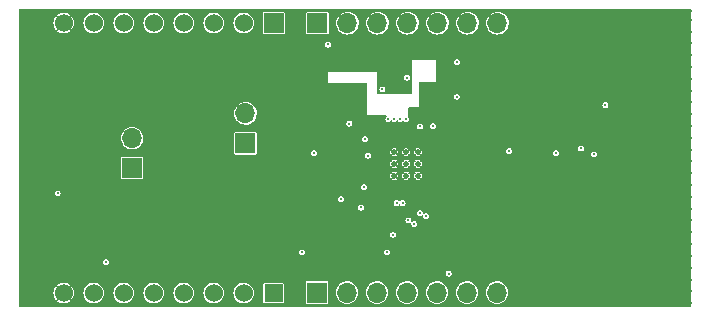
<source format=gbr>
%TF.GenerationSoftware,KiCad,Pcbnew,(6.0.8)*%
%TF.CreationDate,2023-04-10T13:30:07+02:00*%
%TF.ProjectId,LR1120_Mikrobus,4c523131-3230-45f4-9d69-6b726f627573,rev?*%
%TF.SameCoordinates,Original*%
%TF.FileFunction,Copper,L2,Inr*%
%TF.FilePolarity,Positive*%
%FSLAX46Y46*%
G04 Gerber Fmt 4.6, Leading zero omitted, Abs format (unit mm)*
G04 Created by KiCad (PCBNEW (6.0.8)) date 2023-04-10 13:30:07*
%MOMM*%
%LPD*%
G01*
G04 APERTURE LIST*
%TA.AperFunction,ComponentPad*%
%ADD10R,1.676400X1.676400*%
%TD*%
%TA.AperFunction,ComponentPad*%
%ADD11C,1.524000*%
%TD*%
%TA.AperFunction,ComponentPad*%
%ADD12R,1.524000X1.524000*%
%TD*%
%TA.AperFunction,ComponentPad*%
%ADD13R,1.700000X1.700000*%
%TD*%
%TA.AperFunction,ComponentPad*%
%ADD14O,1.700000X1.700000*%
%TD*%
%TA.AperFunction,ComponentPad*%
%ADD15C,0.500000*%
%TD*%
%TA.AperFunction,ViaPad*%
%ADD16C,0.300000*%
%TD*%
G04 APERTURE END LIST*
D10*
%TO.N,unconnected-(CON1-PadP1)*%
%TO.C,CON1*%
X121685000Y-101285000D03*
D11*
%TO.N,/LR_NRESET*%
X119145000Y-101285000D03*
%TO.N,/NSS*%
X116605000Y-101285000D03*
%TO.N,/SCK*%
X114065000Y-101285000D03*
%TO.N,/MISO*%
X111525000Y-101285000D03*
%TO.N,/MOSI*%
X108985000Y-101285000D03*
%TO.N,/VDD_MBED*%
X106445000Y-101285000D03*
%TO.N,GND*%
X103905000Y-101285000D03*
X103905000Y-124145000D03*
%TO.N,/VUSB_5V*%
X106445000Y-124145000D03*
%TO.N,/I2C_SDA*%
X108985000Y-124145000D03*
%TO.N,/I2C_SCL*%
X111525000Y-124145000D03*
%TO.N,unconnected-(CON1-PadP13)*%
X114065000Y-124145000D03*
%TO.N,unconnected-(CON1-PadP14)*%
X116605000Y-124145000D03*
%TO.N,unconnected-(CON1-PadP15)*%
X119145000Y-124145000D03*
D12*
%TO.N,unconnected-(CON1-PadP16)*%
X121685000Y-124145000D03*
%TD*%
D13*
%TO.N,/DIO9*%
%TO.C,J1*%
X125400000Y-101300000D03*
D14*
%TO.N,/DISP_RESET*%
X127940000Y-101300000D03*
%TO.N,/SNIFFING*%
X130480000Y-101300000D03*
%TO.N,/F_CS*%
X133020000Y-101300000D03*
%TO.N,/T_IRQ*%
X135560000Y-101300000D03*
%TO.N,/TFT_D{slash}C*%
X138100000Y-101300000D03*
%TO.N,/TFT_CS*%
X140640000Y-101300000D03*
%TD*%
D13*
%TO.N,/VDD_RF_SW*%
%TO.C,VDD_RF_SW1*%
X109700000Y-113575000D03*
D14*
%TO.N,/VDD_3V3*%
X109700000Y-111035000D03*
%TD*%
D13*
%TO.N,/VDD_RADIO*%
%TO.C,VDD_RADIO1*%
X119300000Y-111475000D03*
D14*
%TO.N,/VDD_MBED*%
X119300000Y-108935000D03*
%TD*%
D13*
%TO.N,/LED_RX*%
%TO.C,J2*%
X125360000Y-124100000D03*
D14*
%TO.N,/LED_TX*%
X127900000Y-124100000D03*
%TO.N,/LNA_CTRL_MCU*%
X130440000Y-124100000D03*
%TO.N,/LR112x*%
X132980000Y-124100000D03*
%TO.N,/32k_OUT*%
X135520000Y-124100000D03*
%TO.N,/ACC_INT1*%
X138060000Y-124100000D03*
%TO.N,/BUSY*%
X140600000Y-124100000D03*
%TD*%
D15*
%TO.N,GND*%
%TO.C,U1*%
X132900000Y-114200000D03*
X132900000Y-112200000D03*
X131900000Y-114200000D03*
X131900000Y-113200000D03*
X132900000Y-113200000D03*
X131900000Y-112200000D03*
X133900000Y-112200000D03*
X133900000Y-114200000D03*
X133900000Y-113200000D03*
%TD*%
D16*
%TO.N,GND*%
X131000000Y-119750000D03*
X131500000Y-119750000D03*
X137750000Y-106750000D03*
X138125000Y-107000000D03*
X137875000Y-107375000D03*
X146125000Y-109000000D03*
X145375000Y-109000000D03*
X145750000Y-109250000D03*
X128625000Y-112250000D03*
X143000000Y-109375000D03*
X142500000Y-109000000D03*
X143375000Y-109000000D03*
X127000000Y-104250000D03*
X127750000Y-104250000D03*
X127375000Y-104625000D03*
X125625000Y-108375000D03*
X134875000Y-108750000D03*
X135500000Y-108750000D03*
X135250000Y-108500000D03*
X134500000Y-108500000D03*
X128000000Y-116375000D03*
X128625000Y-116375000D03*
X112250000Y-119875000D03*
X108375000Y-119875000D03*
X108000000Y-120125000D03*
X106000000Y-118000000D03*
X105125000Y-117625000D03*
X105625000Y-109125000D03*
X105250000Y-109500000D03*
X105625000Y-109875000D03*
X114500000Y-110875000D03*
X113500000Y-110875000D03*
X114000000Y-111375000D03*
X115250000Y-110625000D03*
X123250000Y-109375000D03*
X123625000Y-109750000D03*
X122750000Y-109750000D03*
X125625000Y-110250000D03*
X125250000Y-110625000D03*
X125625000Y-110875000D03*
X135750000Y-117375000D03*
X152375000Y-123875000D03*
X152375000Y-103500000D03*
X151500000Y-104000000D03*
X150500000Y-107250000D03*
X150750000Y-107625000D03*
X150250000Y-107625000D03*
X139000000Y-111625000D03*
X139250000Y-112000000D03*
X139000000Y-112375000D03*
X141250000Y-110875000D03*
X141000000Y-110500000D03*
X141000000Y-111250000D03*
X140500000Y-109000000D03*
X140125000Y-109375000D03*
X139750000Y-109000000D03*
X140625000Y-105250000D03*
X140250000Y-104875000D03*
X139875000Y-105250000D03*
X147500000Y-104625000D03*
X147125000Y-105000000D03*
X147500000Y-105375000D03*
X146250000Y-105250000D03*
X145750000Y-104875000D03*
X145375000Y-105250000D03*
X143375000Y-105250000D03*
X142625000Y-105250000D03*
X143000000Y-104875000D03*
X147125000Y-111750000D03*
X146750000Y-112125000D03*
X144500000Y-112750000D03*
X144000000Y-112500000D03*
X143750000Y-112750000D03*
X143500000Y-112500000D03*
X144250000Y-114625000D03*
X144625000Y-114250000D03*
X140000000Y-114250000D03*
X138625000Y-115625000D03*
X102000000Y-121000000D03*
X103000000Y-122000000D03*
X101000000Y-121000000D03*
X102000000Y-122000000D03*
X102000000Y-120000000D03*
X101000000Y-120000000D03*
X103000000Y-121000000D03*
X101000000Y-122000000D03*
X115000000Y-111000000D03*
X106000000Y-106000000D03*
X106000000Y-103000000D03*
X106000000Y-104000000D03*
X107000000Y-105000000D03*
X108000000Y-106000000D03*
X108000000Y-105000000D03*
X107000000Y-106000000D03*
X107000000Y-103000000D03*
X107000000Y-104000000D03*
X106000000Y-105000000D03*
X108000000Y-104000000D03*
X109000000Y-105000000D03*
X143000000Y-114000000D03*
%TO.N,/I2C_SCL*%
X107500000Y-121500000D03*
%TO.N,GND*%
X149125000Y-104250000D03*
X147875000Y-104000000D03*
X153000000Y-102000000D03*
X153000000Y-103500000D03*
X152000000Y-103500000D03*
X151000000Y-103500000D03*
X150000000Y-103500000D03*
X149250000Y-103500000D03*
X139125000Y-112625000D03*
X140000000Y-112625000D03*
X143000000Y-112625000D03*
X142000000Y-112625000D03*
X146000000Y-112875000D03*
X151000000Y-112625000D03*
X150000000Y-112625000D03*
X152000000Y-112625000D03*
X152875000Y-112625000D03*
X152875000Y-113750000D03*
X152000000Y-113750000D03*
X148250000Y-113750000D03*
X147000000Y-113750000D03*
X136750000Y-114875000D03*
X138875000Y-117375000D03*
X138000000Y-116500000D03*
X136625000Y-117375000D03*
X137250000Y-117875000D03*
X138000000Y-118625000D03*
X139000000Y-118750000D03*
X140000000Y-118750000D03*
X141000000Y-118750000D03*
X142000000Y-118750000D03*
X142000000Y-117375000D03*
X143000000Y-117375000D03*
X144000000Y-117375000D03*
X143000000Y-118750000D03*
X144750000Y-118250000D03*
X144000000Y-118750000D03*
X145625000Y-120250000D03*
X146250000Y-119750000D03*
X147125000Y-120625000D03*
X146500000Y-121125000D03*
X148000000Y-123000000D03*
X147375000Y-122000000D03*
X148000000Y-121500000D03*
X148625000Y-122125000D03*
X148000000Y-122625000D03*
X149000000Y-124000000D03*
X149000000Y-123375000D03*
X153000000Y-123375000D03*
X152000000Y-123375000D03*
X151000000Y-123375000D03*
X150000000Y-123375000D03*
X149000000Y-122500000D03*
X150000000Y-122500000D03*
X151000000Y-122500000D03*
X152000000Y-122500000D03*
X153000000Y-122500000D03*
X101000000Y-100250000D03*
X102000000Y-100250000D03*
X103000000Y-100250000D03*
X104000000Y-100250000D03*
X105000000Y-100250000D03*
X106000000Y-100250000D03*
X107000000Y-100250000D03*
X108000000Y-100250000D03*
X109000000Y-100250000D03*
X110000000Y-100250000D03*
X111000000Y-100250000D03*
X112000000Y-100250000D03*
X113000000Y-100250000D03*
X114000000Y-100250000D03*
X115000000Y-100250000D03*
X116000000Y-100250000D03*
X117000000Y-100250000D03*
X118000000Y-100250000D03*
X119000000Y-100250000D03*
X120000000Y-100250000D03*
X123000000Y-100250000D03*
X124000000Y-100250000D03*
X127000000Y-100250000D03*
X129000000Y-100250000D03*
X130000000Y-100250000D03*
X131000000Y-100250000D03*
X132000000Y-100250000D03*
X134000000Y-100250000D03*
X135000000Y-100250000D03*
X136000000Y-100250000D03*
X137000000Y-100250000D03*
X139000000Y-100250000D03*
X140000000Y-100250000D03*
X141000000Y-100250000D03*
X142000000Y-100250000D03*
X143000000Y-100250000D03*
X144000000Y-100250000D03*
X145000000Y-100250000D03*
X146000000Y-100250000D03*
X147000000Y-100250000D03*
X148000000Y-100250000D03*
X149000000Y-100250000D03*
X150000000Y-100250000D03*
X151000000Y-100250000D03*
X152000000Y-100250000D03*
X153000000Y-100250000D03*
X154000000Y-100250000D03*
X155000000Y-100250000D03*
X156000000Y-100250000D03*
X157000000Y-100250000D03*
X157000000Y-101000000D03*
X157000000Y-102000000D03*
X157000000Y-103000000D03*
X157000000Y-104000000D03*
X157000000Y-105000000D03*
X157000000Y-106000000D03*
X157000000Y-107000000D03*
X157000000Y-108000000D03*
X157000000Y-109000000D03*
X157000000Y-110000000D03*
X157000000Y-111000000D03*
X157000000Y-112000000D03*
X157000000Y-113000000D03*
X157000000Y-114000000D03*
X157000000Y-115000000D03*
X157000000Y-116000000D03*
X157000000Y-117000000D03*
X157000000Y-119000000D03*
X157000000Y-118000000D03*
X157000000Y-120000000D03*
X157000000Y-121000000D03*
X157000000Y-122000000D03*
X157000000Y-123000000D03*
X157000000Y-124000000D03*
X157000000Y-125000000D03*
X156000000Y-125000000D03*
X155000000Y-125000000D03*
X154000000Y-125000000D03*
X153000000Y-125000000D03*
X152000000Y-125000000D03*
X150000000Y-125000000D03*
X151000000Y-125000000D03*
X149000000Y-125000000D03*
X148000000Y-125000000D03*
X147000000Y-125000000D03*
X146000000Y-125000000D03*
X145000000Y-125000000D03*
X144000000Y-125000000D03*
X143000000Y-125000000D03*
X142000000Y-125000000D03*
X139000000Y-125000000D03*
X137000000Y-125000000D03*
X134000000Y-125000000D03*
X132000000Y-125000000D03*
X129000000Y-125000000D03*
X127000000Y-125000000D03*
X124000000Y-125000000D03*
X123000000Y-125000000D03*
X120000000Y-125000000D03*
X118000000Y-125000000D03*
X116000000Y-125000000D03*
X115000000Y-125000000D03*
X113000000Y-125000000D03*
X110000000Y-125000000D03*
X108000000Y-125000000D03*
X107000000Y-125000000D03*
X105000000Y-125000000D03*
X103000000Y-125000000D03*
X100250000Y-125000000D03*
X100250000Y-124000000D03*
X100250000Y-123000000D03*
X100250000Y-122000000D03*
X100250000Y-121000000D03*
X100250000Y-120000000D03*
X100250000Y-119000000D03*
X100250000Y-118000000D03*
X100250000Y-117000000D03*
X100250000Y-116000000D03*
X100250000Y-115000000D03*
X100250000Y-114000000D03*
X100250000Y-113000000D03*
X100250000Y-112000000D03*
X100250000Y-111000000D03*
X100250000Y-110000000D03*
X100250000Y-109000000D03*
X100250000Y-108000000D03*
X100250000Y-107000000D03*
X100250000Y-106000000D03*
X100250000Y-105000000D03*
X100250000Y-104000000D03*
X100250000Y-103000000D03*
X100250000Y-102000000D03*
X100250000Y-101000000D03*
X100250000Y-100250000D03*
X141500000Y-105000000D03*
X144500000Y-105000000D03*
X146500000Y-104000000D03*
X145500000Y-104000000D03*
X144500000Y-104000000D03*
X143500000Y-104000000D03*
X142500000Y-104000000D03*
X141500000Y-104000000D03*
X140500000Y-104000000D03*
X139500000Y-104000000D03*
X138500000Y-104000000D03*
X146500000Y-107000000D03*
X145500000Y-107000000D03*
X144500000Y-107000000D03*
X143500000Y-107000000D03*
X142500000Y-107000000D03*
X141500000Y-107000000D03*
X140500000Y-107000000D03*
X138500000Y-107000000D03*
X139500000Y-107000000D03*
X146500000Y-109000000D03*
X144500000Y-109000000D03*
X141500000Y-109000000D03*
X146500000Y-111000000D03*
X145500000Y-111000000D03*
X144500000Y-111000000D03*
X143500000Y-111000000D03*
X142500000Y-111000000D03*
X141500000Y-114500000D03*
X142000000Y-114500000D03*
X141500000Y-114000000D03*
X141500000Y-115000000D03*
X141500000Y-115500000D03*
X141000000Y-115500000D03*
X141000000Y-114500000D03*
X140500000Y-115000000D03*
X140500000Y-114000000D03*
X140500000Y-114500000D03*
X140500000Y-115500000D03*
X140500000Y-116000000D03*
X140000000Y-115500000D03*
X139500000Y-115500000D03*
X139500000Y-115000000D03*
X139500000Y-116000000D03*
X131500000Y-116500000D03*
X131000000Y-116500000D03*
X130500000Y-116500000D03*
X130000000Y-116500000D03*
X130000000Y-116000000D03*
X130500000Y-116000000D03*
X129500000Y-116000000D03*
X130000000Y-115500000D03*
X130500000Y-115500000D03*
X125500000Y-114000000D03*
X126000000Y-114500000D03*
X126500000Y-114500000D03*
X127000000Y-114500000D03*
X127000000Y-112500000D03*
X126500000Y-112500000D03*
X126000000Y-112500000D03*
X125500000Y-112500000D03*
X125500000Y-113000000D03*
X125500000Y-113500000D03*
X126500000Y-114000000D03*
X127000000Y-113500000D03*
X126500000Y-113000000D03*
X126000000Y-113500000D03*
X126500000Y-113500000D03*
X143000000Y-123000000D03*
X147000000Y-104000000D03*
X152000000Y-110000000D03*
X125000000Y-108000000D03*
X125000000Y-111000000D03*
X150000000Y-101000000D03*
X117000000Y-122000000D03*
X148000000Y-118000000D03*
X105000000Y-103000000D03*
X101000000Y-123000000D03*
X126000000Y-106500000D03*
X149000000Y-117000000D03*
X156000000Y-118000000D03*
X142000000Y-104000000D03*
X125000000Y-105500000D03*
X150000000Y-102000000D03*
X103000000Y-114000000D03*
X114000000Y-115000000D03*
X113000000Y-113000000D03*
X107000000Y-107000000D03*
X103000000Y-112000000D03*
X104000000Y-112000000D03*
X104000000Y-107000000D03*
X146000000Y-117000000D03*
X145000000Y-102000000D03*
X114000000Y-112000000D03*
X140000000Y-115000000D03*
X121000000Y-106000000D03*
X144000000Y-121000000D03*
X127000000Y-107000000D03*
X136000000Y-121000000D03*
X150000000Y-116000000D03*
X134500000Y-106500000D03*
X144000000Y-101000000D03*
X114000000Y-106000000D03*
X125500000Y-107000000D03*
X143000000Y-103000000D03*
X141000000Y-121000000D03*
X146000000Y-113750000D03*
X144000000Y-105000000D03*
X153000000Y-115000000D03*
X102000000Y-108000000D03*
X136000000Y-104000000D03*
X119000000Y-115000000D03*
X147000000Y-116000000D03*
X106000000Y-114000000D03*
X114000000Y-104000000D03*
X145000000Y-109000000D03*
X122000000Y-113000000D03*
X108000000Y-108000000D03*
X155000000Y-118000000D03*
X113000000Y-105000000D03*
X145000000Y-115000000D03*
X128000000Y-107000000D03*
X141000000Y-122000000D03*
X115000000Y-113000000D03*
X150000000Y-124000000D03*
X127000000Y-115000000D03*
X129000000Y-107500000D03*
X153000000Y-107000000D03*
X137000000Y-122000000D03*
X129000000Y-104500000D03*
X154000000Y-106000000D03*
X155000000Y-120000000D03*
X142000000Y-114000000D03*
X143000000Y-117000000D03*
X153000000Y-121000000D03*
X111000000Y-116000000D03*
X118000000Y-115000000D03*
X116000000Y-104000000D03*
X154000000Y-109000000D03*
X131000000Y-122000000D03*
X101000000Y-115000000D03*
X116000000Y-112000000D03*
X117000000Y-118000000D03*
X151000000Y-120000000D03*
X144000000Y-109000000D03*
X134000000Y-104000000D03*
X127500000Y-105000000D03*
X122000000Y-105000000D03*
X154000000Y-116000000D03*
X103000000Y-106000000D03*
X105000000Y-109000000D03*
X123000000Y-108000000D03*
X120000000Y-122000000D03*
X150000000Y-122000000D03*
X139000000Y-104000000D03*
X113000000Y-118000000D03*
X153000000Y-104000000D03*
X120000000Y-118000000D03*
X126000000Y-105500000D03*
X117000000Y-113000000D03*
X110000000Y-108000000D03*
X102000000Y-111000000D03*
X152000000Y-111000000D03*
X121000000Y-105000000D03*
X111000000Y-107000000D03*
X101000000Y-111000000D03*
X145000000Y-117000000D03*
X126000000Y-114000000D03*
X123000000Y-109000000D03*
X151000000Y-105000000D03*
X139000000Y-121000000D03*
X140000000Y-104000000D03*
X152000000Y-117000000D03*
X122000000Y-114000000D03*
X147000000Y-123000000D03*
X125500000Y-105000000D03*
X101000000Y-109000000D03*
X121000000Y-117000000D03*
X122000000Y-118000000D03*
X102000000Y-124000000D03*
X114000000Y-103000000D03*
X125000000Y-104000000D03*
X140000000Y-122000000D03*
X154000000Y-108000000D03*
X121000000Y-113000000D03*
X105000000Y-104000000D03*
X150000000Y-121000000D03*
X119000000Y-122000000D03*
X143000000Y-121000000D03*
X124000000Y-104000000D03*
X155000000Y-119000000D03*
X143000000Y-104000000D03*
X138000000Y-120000000D03*
X104000000Y-110000000D03*
X101000000Y-102000000D03*
X108000000Y-107000000D03*
X155000000Y-117000000D03*
X141000000Y-104000000D03*
X146000000Y-103000000D03*
X113000000Y-117000000D03*
X145000000Y-123000000D03*
X145000000Y-116000000D03*
X148000000Y-101000000D03*
X156000000Y-106000000D03*
X107000000Y-115000000D03*
X104000000Y-113000000D03*
X124000000Y-122000000D03*
X129500000Y-105000000D03*
X135000000Y-120000000D03*
X147000000Y-103000000D03*
X124000000Y-107000000D03*
X146000000Y-102000000D03*
X152000000Y-112000000D03*
X145000000Y-105000000D03*
X149000000Y-101000000D03*
X116000000Y-105000000D03*
X122000000Y-122000000D03*
X144000000Y-111000000D03*
X103000000Y-107000000D03*
X154000000Y-117000000D03*
X106000000Y-107000000D03*
X152000000Y-105000000D03*
X116000000Y-107000000D03*
X143000000Y-111000000D03*
X152000000Y-118000000D03*
X153000000Y-109000000D03*
X119000000Y-104000000D03*
X149000000Y-111000000D03*
X111000000Y-117000000D03*
X102000000Y-110000000D03*
X107000000Y-108000000D03*
X142000000Y-117000000D03*
X146000000Y-101000000D03*
X125000000Y-104500000D03*
X109000000Y-107000000D03*
X119000000Y-107000000D03*
X102000000Y-107000000D03*
X147000000Y-109000000D03*
X152000000Y-122000000D03*
X103000000Y-108000000D03*
X152000000Y-116000000D03*
X151000000Y-113750000D03*
X145000000Y-124000000D03*
X153000000Y-112000000D03*
X115000000Y-122000000D03*
X147000000Y-124000000D03*
X148000000Y-117000000D03*
X144000000Y-124000000D03*
X125000000Y-117000000D03*
X156000000Y-120000000D03*
X116000000Y-114000000D03*
X126000000Y-107000000D03*
X121000000Y-122000000D03*
X114000000Y-119000000D03*
X119000000Y-103000000D03*
X143000000Y-116000000D03*
X154000000Y-118000000D03*
X110000000Y-117000000D03*
X115000000Y-116000000D03*
X147000000Y-101000000D03*
X152000000Y-115000000D03*
X150000000Y-111000000D03*
X150000000Y-120000000D03*
X156000000Y-117000000D03*
X104000000Y-103000000D03*
X116000000Y-106000000D03*
X113000000Y-104000000D03*
X146000000Y-104000000D03*
X105000000Y-108000000D03*
X147000000Y-122000000D03*
X135500000Y-107500000D03*
X133500000Y-104000000D03*
X141000000Y-120000000D03*
X147000000Y-102000000D03*
X116000000Y-122000000D03*
X146000000Y-122000000D03*
X113000000Y-114000000D03*
X134500000Y-104000000D03*
X130000000Y-122000000D03*
X150000000Y-113750000D03*
X101000000Y-103000000D03*
X135000000Y-108000000D03*
X152000000Y-102000000D03*
X155000000Y-116000000D03*
X101000000Y-113000000D03*
X104000000Y-108000000D03*
X120000000Y-117000000D03*
X117000000Y-108000000D03*
X103000000Y-111000000D03*
X102000000Y-112000000D03*
X101000000Y-107000000D03*
X110000000Y-107000000D03*
X142000000Y-107000000D03*
X103000000Y-105000000D03*
X139000000Y-116000000D03*
X144000000Y-123000000D03*
X144000000Y-122000000D03*
X149000000Y-119000000D03*
X143000000Y-107000000D03*
X144000000Y-120000000D03*
X108000000Y-115000000D03*
X140000000Y-121000000D03*
X123000000Y-115000000D03*
X147000000Y-119000000D03*
X105000000Y-112000000D03*
X144000000Y-116000000D03*
X122000000Y-106000000D03*
X117000000Y-105000000D03*
X153000000Y-108000000D03*
X128000000Y-105000000D03*
X151000000Y-111000000D03*
X115000000Y-103000000D03*
X117000000Y-117000000D03*
X154000000Y-110000000D03*
X147000000Y-115000000D03*
X152000000Y-120000000D03*
X141000000Y-115000000D03*
X141000000Y-105000000D03*
X104000000Y-105000000D03*
X114000000Y-114000000D03*
X126000000Y-106000000D03*
X128500000Y-107000000D03*
X126500000Y-105000000D03*
X116000000Y-117000000D03*
X117000000Y-106000000D03*
X122000000Y-108000000D03*
X148000000Y-121000000D03*
X101000000Y-110000000D03*
X125000000Y-105000000D03*
X136500000Y-104500000D03*
X142000000Y-121000000D03*
X155000000Y-108000000D03*
X153000000Y-117000000D03*
X143000000Y-124000000D03*
X125500000Y-106000000D03*
X106000000Y-115000000D03*
X155000000Y-110000000D03*
X151000000Y-101000000D03*
X123000000Y-103000000D03*
X127000000Y-105000000D03*
X127000000Y-113000000D03*
X103000000Y-110000000D03*
X148000000Y-103000000D03*
X156000000Y-109000000D03*
X138000000Y-104000000D03*
X151000000Y-119000000D03*
X148000000Y-124000000D03*
X108000000Y-114000000D03*
X114000000Y-107000000D03*
X142000000Y-109000000D03*
X148000000Y-120000000D03*
X116000000Y-115000000D03*
X150000000Y-106000000D03*
X101000000Y-124000000D03*
X118000000Y-107000000D03*
X140000000Y-120000000D03*
X115000000Y-106000000D03*
X119000000Y-117000000D03*
X111000000Y-108000000D03*
X150000000Y-118000000D03*
X156000000Y-107000000D03*
X105000000Y-107000000D03*
X153000000Y-118000000D03*
X103000000Y-103000000D03*
X114000000Y-113000000D03*
X149000000Y-102000000D03*
X152000000Y-119000000D03*
X103000000Y-113000000D03*
X114000000Y-105000000D03*
X129000000Y-122000000D03*
X120000000Y-105000000D03*
X145000000Y-101000000D03*
X101000000Y-112000000D03*
X124000000Y-117000000D03*
X124000000Y-116000000D03*
X151000000Y-122000000D03*
X123000000Y-106000000D03*
X110000000Y-116000000D03*
X154000000Y-120000000D03*
X152000000Y-107000000D03*
X129000000Y-107000000D03*
X105000000Y-110000000D03*
X105000000Y-106000000D03*
X151000000Y-121000000D03*
X118000000Y-117000000D03*
X104000000Y-111000000D03*
X120000000Y-116000000D03*
X126500000Y-107000000D03*
X152000000Y-101000000D03*
X143000000Y-120000000D03*
X140000000Y-107000000D03*
X125000000Y-110000000D03*
X122000000Y-107000000D03*
X146000000Y-121000000D03*
X145000000Y-122000000D03*
X109000000Y-115000000D03*
X104000000Y-106000000D03*
X150000000Y-105000000D03*
X139000000Y-120000000D03*
X112000000Y-117000000D03*
X103000000Y-104000000D03*
X152000000Y-121000000D03*
X112000000Y-118000000D03*
X154000000Y-119000000D03*
X135000000Y-106500000D03*
X149000000Y-121000000D03*
X145000000Y-104000000D03*
X111000000Y-119000000D03*
X102000000Y-104000000D03*
X113000000Y-106000000D03*
X109000000Y-116000000D03*
X118000000Y-116000000D03*
X115000000Y-112000000D03*
X119000000Y-118000000D03*
X118000000Y-103000000D03*
X140000000Y-116000000D03*
X140000000Y-112000000D03*
X124000000Y-112000000D03*
X146000000Y-115000000D03*
X144000000Y-104000000D03*
X153000000Y-120000000D03*
X136500000Y-105000000D03*
X142000000Y-122000000D03*
X123000000Y-107000000D03*
X129000000Y-108000000D03*
X142000000Y-111000000D03*
X125000000Y-106000000D03*
X151000000Y-106000000D03*
X117000000Y-115000000D03*
X149000000Y-116000000D03*
X113000000Y-122000000D03*
X102000000Y-114000000D03*
X115000000Y-108000000D03*
X149000000Y-120000000D03*
X145000000Y-111000000D03*
X101000000Y-125000000D03*
X110000000Y-106000000D03*
X116000000Y-116000000D03*
X116000000Y-108000000D03*
X156000000Y-110000000D03*
X124000000Y-110000000D03*
X105000000Y-115000000D03*
X149000000Y-118000000D03*
X126000000Y-117000000D03*
X141000000Y-114000000D03*
X152000000Y-108000000D03*
X147000000Y-111000000D03*
X103000000Y-109000000D03*
X127500000Y-107000000D03*
X105000000Y-111000000D03*
X110000000Y-118000000D03*
X144000000Y-107000000D03*
X135000000Y-122000000D03*
X143000000Y-122000000D03*
X116000000Y-113000000D03*
X146000000Y-123000000D03*
X109000000Y-117000000D03*
X155000000Y-107000000D03*
X110000000Y-115000000D03*
X102000000Y-123000000D03*
X118000000Y-118000000D03*
X117000000Y-116000000D03*
X148000000Y-102000000D03*
X121000000Y-114000000D03*
X114000000Y-122000000D03*
X145000000Y-103000000D03*
X149000000Y-122000000D03*
X141000000Y-109000000D03*
X145000000Y-121000000D03*
X154000000Y-107000000D03*
X143000000Y-101000000D03*
X152000000Y-109000000D03*
X124000000Y-109000000D03*
X113000000Y-115000000D03*
X153000000Y-111000000D03*
X121000000Y-118000000D03*
X115000000Y-114000000D03*
X156000000Y-116000000D03*
X153000000Y-101000000D03*
X102000000Y-102000000D03*
X121000000Y-104000000D03*
X148000000Y-119000000D03*
X139000000Y-107000000D03*
X150000000Y-117000000D03*
X118000000Y-106000000D03*
X125000000Y-116000000D03*
X126000000Y-110000000D03*
X126000000Y-105000000D03*
X120000000Y-103000000D03*
X150000000Y-112000000D03*
X104000000Y-104000000D03*
X101000000Y-114000000D03*
X156000000Y-119000000D03*
X144000000Y-115000000D03*
X113000000Y-119000000D03*
X150000000Y-104000000D03*
X123000000Y-104000000D03*
X142000000Y-120000000D03*
X146000000Y-107000000D03*
X151000000Y-118000000D03*
X153000000Y-116000000D03*
X115000000Y-115000000D03*
X127000000Y-114000000D03*
X141000000Y-112000000D03*
X120000000Y-104000000D03*
X156000000Y-108000000D03*
X102000000Y-103000000D03*
X146000000Y-116000000D03*
X125500000Y-106500000D03*
X124000000Y-115000000D03*
X102000000Y-109000000D03*
X105000000Y-114000000D03*
X101000000Y-101000000D03*
X155000000Y-109000000D03*
X102000000Y-106000000D03*
X151000000Y-102000000D03*
X141000000Y-107000000D03*
X101000000Y-104000000D03*
X147000000Y-120000000D03*
X109000000Y-108000000D03*
X134500000Y-107000000D03*
X106000000Y-108000000D03*
X125000000Y-106500000D03*
X108000000Y-116000000D03*
X102000000Y-101000000D03*
X126000000Y-113000000D03*
X115000000Y-105000000D03*
X102000000Y-125000000D03*
X117000000Y-114000000D03*
X150000000Y-119000000D03*
X124000000Y-105000000D03*
X153000000Y-105000000D03*
X151000000Y-116000000D03*
X102000000Y-115000000D03*
X102000000Y-105000000D03*
X151000000Y-117000000D03*
X147000000Y-118000000D03*
X113000000Y-112000000D03*
X115000000Y-104000000D03*
X144000000Y-117000000D03*
X136500000Y-104000000D03*
X117000000Y-107000000D03*
X142000000Y-105000000D03*
X118000000Y-122000000D03*
X104000000Y-109000000D03*
X101000000Y-106000000D03*
X116000000Y-118000000D03*
X152000000Y-106000000D03*
X151000000Y-112000000D03*
X155000000Y-106000000D03*
X146000000Y-111000000D03*
X122000000Y-115000000D03*
X105000000Y-105000000D03*
X125500000Y-105500000D03*
X109000000Y-106000000D03*
X129000000Y-105000000D03*
X153000000Y-110000000D03*
X141000000Y-116000000D03*
X101000000Y-105000000D03*
X144000000Y-102000000D03*
X123000000Y-114000000D03*
X153000000Y-119000000D03*
X123000000Y-122000000D03*
X151000000Y-124000000D03*
X102000000Y-113000000D03*
X145000000Y-107000000D03*
X101000000Y-108000000D03*
X129500000Y-103500000D03*
X107000000Y-114000000D03*
X123000000Y-116000000D03*
X145000000Y-113750000D03*
X146000000Y-124000000D03*
X111000000Y-118000000D03*
X142000000Y-115000000D03*
X150000000Y-115000000D03*
X129500000Y-104500000D03*
X129500000Y-104000000D03*
X143000000Y-102000000D03*
X115000000Y-107000000D03*
X144000000Y-103000000D03*
X112000000Y-108000000D03*
X151000000Y-115000000D03*
X153000000Y-106000000D03*
X113000000Y-103000000D03*
%TO.N,/VDD_RADIO*%
X129350000Y-115150000D03*
X134067500Y-110032500D03*
%TO.N,/VR_PA*%
X137200000Y-104600000D03*
X137185000Y-107515000D03*
X135200000Y-110000000D03*
%TO.N,/VDD_3V3*%
X131300000Y-120700000D03*
X124100000Y-120700000D03*
%TO.N,/VDD_RF_SW*%
X149780000Y-108220000D03*
X147700000Y-111900000D03*
%TO.N,/LNA_CTRL_ON*%
X131800000Y-119200000D03*
X148800000Y-112400000D03*
%TO.N,/XTA*%
X133000000Y-105900000D03*
X132400000Y-109400000D03*
%TO.N,/VTCXO*%
X126300000Y-103100000D03*
X132900000Y-109400000D03*
%TO.N,/DIO9*%
X128100000Y-109800000D03*
X129400000Y-111100000D03*
%TO.N,/32k_OUT*%
X125100000Y-112300000D03*
%TO.N,/ACC_INT1*%
X103400000Y-115700000D03*
X136500000Y-122500000D03*
%TO.N,/XTB*%
X131900000Y-109400000D03*
X130900000Y-106900000D03*
%TO.N,/DIO5*%
X132600000Y-116500000D03*
X141600000Y-112100000D03*
%TO.N,/DIO6*%
X132100000Y-116500000D03*
X145600000Y-112300000D03*
%TO.N,/DIO7*%
X129700000Y-112500000D03*
X127400000Y-116200000D03*
%TO.N,/LR_NRESET*%
X131400000Y-109400000D03*
%TO.N,/MISO*%
X133100000Y-118000000D03*
%TO.N,/MOSI*%
X133600000Y-118300000D03*
%TO.N,/SCK*%
X134100000Y-117344500D03*
%TO.N,/NSS*%
X129100000Y-116900000D03*
X134600000Y-117600000D03*
%TD*%
%TA.AperFunction,Conductor*%
%TO.N,GND*%
G36*
X157035148Y-100114852D02*
G01*
X157049500Y-100149500D01*
X157049500Y-125250500D01*
X157035148Y-125285148D01*
X157000500Y-125299500D01*
X100149500Y-125299500D01*
X100114852Y-125285148D01*
X100100500Y-125250500D01*
X100100500Y-124791880D01*
X103332869Y-124791880D01*
X103334607Y-124796076D01*
X103469546Y-124894115D01*
X103473973Y-124896671D01*
X103634818Y-124968283D01*
X103639669Y-124969859D01*
X103811891Y-125006467D01*
X103816964Y-125007000D01*
X103993036Y-125007000D01*
X103998109Y-125006467D01*
X104170331Y-124969859D01*
X104175182Y-124968283D01*
X104336027Y-124896671D01*
X104340454Y-124894115D01*
X104473283Y-124797609D01*
X104477182Y-124791248D01*
X104476122Y-124786833D01*
X103911893Y-124222604D01*
X103905000Y-124219749D01*
X103898107Y-124222604D01*
X103335724Y-124784987D01*
X103332869Y-124791880D01*
X100100500Y-124791880D01*
X100100500Y-124147550D01*
X103038520Y-124147550D01*
X103056925Y-124322656D01*
X103057986Y-124327647D01*
X103112393Y-124495096D01*
X103114471Y-124499764D01*
X103202501Y-124652237D01*
X103205504Y-124656370D01*
X103254614Y-124710912D01*
X103260664Y-124713797D01*
X103268500Y-124710789D01*
X103827396Y-124151893D01*
X103830251Y-124145000D01*
X103979749Y-124145000D01*
X103982604Y-124151893D01*
X104541972Y-124711261D01*
X104548167Y-124713828D01*
X104555834Y-124710414D01*
X104604496Y-124656370D01*
X104607499Y-124652237D01*
X104695529Y-124499764D01*
X104697607Y-124495096D01*
X104752014Y-124327647D01*
X104753075Y-124322656D01*
X104771480Y-124147550D01*
X104771480Y-124145000D01*
X105577749Y-124145000D01*
X105578017Y-124147550D01*
X105580742Y-124173480D01*
X105596701Y-124325312D01*
X105652727Y-124497743D01*
X105654011Y-124499968D01*
X105654012Y-124499969D01*
X105739748Y-124648468D01*
X105743379Y-124654757D01*
X105745100Y-124656669D01*
X105745102Y-124656671D01*
X105862980Y-124787588D01*
X105862984Y-124787591D01*
X105864696Y-124789493D01*
X105866765Y-124790996D01*
X105866767Y-124790998D01*
X106009298Y-124894553D01*
X106011374Y-124896061D01*
X106177005Y-124969805D01*
X106265676Y-124988652D01*
X106351839Y-125006967D01*
X106351842Y-125006967D01*
X106354348Y-125007500D01*
X106535652Y-125007500D01*
X106538158Y-125006967D01*
X106538161Y-125006967D01*
X106624324Y-124988652D01*
X106712995Y-124969805D01*
X106878626Y-124896061D01*
X106880702Y-124894553D01*
X107023233Y-124790998D01*
X107023235Y-124790996D01*
X107025304Y-124789493D01*
X107027016Y-124787591D01*
X107027020Y-124787588D01*
X107144898Y-124656671D01*
X107144900Y-124656669D01*
X107146621Y-124654757D01*
X107150252Y-124648468D01*
X107235988Y-124499969D01*
X107235989Y-124499968D01*
X107237273Y-124497743D01*
X107293299Y-124325312D01*
X107309258Y-124173480D01*
X107311983Y-124147550D01*
X107312251Y-124145000D01*
X108117749Y-124145000D01*
X108118017Y-124147550D01*
X108120742Y-124173480D01*
X108136701Y-124325312D01*
X108192727Y-124497743D01*
X108194011Y-124499968D01*
X108194012Y-124499969D01*
X108279748Y-124648468D01*
X108283379Y-124654757D01*
X108285100Y-124656669D01*
X108285102Y-124656671D01*
X108402980Y-124787588D01*
X108402984Y-124787591D01*
X108404696Y-124789493D01*
X108406765Y-124790996D01*
X108406767Y-124790998D01*
X108549298Y-124894553D01*
X108551374Y-124896061D01*
X108717005Y-124969805D01*
X108805676Y-124988652D01*
X108891839Y-125006967D01*
X108891842Y-125006967D01*
X108894348Y-125007500D01*
X109075652Y-125007500D01*
X109078158Y-125006967D01*
X109078161Y-125006967D01*
X109164324Y-124988652D01*
X109252995Y-124969805D01*
X109418626Y-124896061D01*
X109420702Y-124894553D01*
X109563233Y-124790998D01*
X109563235Y-124790996D01*
X109565304Y-124789493D01*
X109567016Y-124787591D01*
X109567020Y-124787588D01*
X109684898Y-124656671D01*
X109684900Y-124656669D01*
X109686621Y-124654757D01*
X109690252Y-124648468D01*
X109775988Y-124499969D01*
X109775989Y-124499968D01*
X109777273Y-124497743D01*
X109833299Y-124325312D01*
X109849258Y-124173480D01*
X109851983Y-124147550D01*
X109852251Y-124145000D01*
X110657749Y-124145000D01*
X110658017Y-124147550D01*
X110660742Y-124173480D01*
X110676701Y-124325312D01*
X110732727Y-124497743D01*
X110734011Y-124499968D01*
X110734012Y-124499969D01*
X110819748Y-124648468D01*
X110823379Y-124654757D01*
X110825100Y-124656669D01*
X110825102Y-124656671D01*
X110942980Y-124787588D01*
X110942984Y-124787591D01*
X110944696Y-124789493D01*
X110946765Y-124790996D01*
X110946767Y-124790998D01*
X111089298Y-124894553D01*
X111091374Y-124896061D01*
X111257005Y-124969805D01*
X111345676Y-124988652D01*
X111431839Y-125006967D01*
X111431842Y-125006967D01*
X111434348Y-125007500D01*
X111615652Y-125007500D01*
X111618158Y-125006967D01*
X111618161Y-125006967D01*
X111704324Y-124988652D01*
X111792995Y-124969805D01*
X111958626Y-124896061D01*
X111960702Y-124894553D01*
X112103233Y-124790998D01*
X112103235Y-124790996D01*
X112105304Y-124789493D01*
X112107016Y-124787591D01*
X112107020Y-124787588D01*
X112224898Y-124656671D01*
X112224900Y-124656669D01*
X112226621Y-124654757D01*
X112230252Y-124648468D01*
X112315988Y-124499969D01*
X112315989Y-124499968D01*
X112317273Y-124497743D01*
X112373299Y-124325312D01*
X112389258Y-124173480D01*
X112391983Y-124147550D01*
X112392251Y-124145000D01*
X113197749Y-124145000D01*
X113198017Y-124147550D01*
X113200742Y-124173480D01*
X113216701Y-124325312D01*
X113272727Y-124497743D01*
X113274011Y-124499968D01*
X113274012Y-124499969D01*
X113359748Y-124648468D01*
X113363379Y-124654757D01*
X113365100Y-124656669D01*
X113365102Y-124656671D01*
X113482980Y-124787588D01*
X113482984Y-124787591D01*
X113484696Y-124789493D01*
X113486765Y-124790996D01*
X113486767Y-124790998D01*
X113629298Y-124894553D01*
X113631374Y-124896061D01*
X113797005Y-124969805D01*
X113885676Y-124988652D01*
X113971839Y-125006967D01*
X113971842Y-125006967D01*
X113974348Y-125007500D01*
X114155652Y-125007500D01*
X114158158Y-125006967D01*
X114158161Y-125006967D01*
X114244324Y-124988652D01*
X114332995Y-124969805D01*
X114498626Y-124896061D01*
X114500702Y-124894553D01*
X114643233Y-124790998D01*
X114643235Y-124790996D01*
X114645304Y-124789493D01*
X114647016Y-124787591D01*
X114647020Y-124787588D01*
X114764898Y-124656671D01*
X114764900Y-124656669D01*
X114766621Y-124654757D01*
X114770252Y-124648468D01*
X114855988Y-124499969D01*
X114855989Y-124499968D01*
X114857273Y-124497743D01*
X114913299Y-124325312D01*
X114929258Y-124173480D01*
X114931983Y-124147550D01*
X114932251Y-124145000D01*
X115737749Y-124145000D01*
X115738017Y-124147550D01*
X115740742Y-124173480D01*
X115756701Y-124325312D01*
X115812727Y-124497743D01*
X115814011Y-124499968D01*
X115814012Y-124499969D01*
X115899748Y-124648468D01*
X115903379Y-124654757D01*
X115905100Y-124656669D01*
X115905102Y-124656671D01*
X116022980Y-124787588D01*
X116022984Y-124787591D01*
X116024696Y-124789493D01*
X116026765Y-124790996D01*
X116026767Y-124790998D01*
X116169298Y-124894553D01*
X116171374Y-124896061D01*
X116337005Y-124969805D01*
X116425676Y-124988652D01*
X116511839Y-125006967D01*
X116511842Y-125006967D01*
X116514348Y-125007500D01*
X116695652Y-125007500D01*
X116698158Y-125006967D01*
X116698161Y-125006967D01*
X116784324Y-124988652D01*
X116872995Y-124969805D01*
X117038626Y-124896061D01*
X117040702Y-124894553D01*
X117183233Y-124790998D01*
X117183235Y-124790996D01*
X117185304Y-124789493D01*
X117187016Y-124787591D01*
X117187020Y-124787588D01*
X117304898Y-124656671D01*
X117304900Y-124656669D01*
X117306621Y-124654757D01*
X117310252Y-124648468D01*
X117395988Y-124499969D01*
X117395989Y-124499968D01*
X117397273Y-124497743D01*
X117453299Y-124325312D01*
X117469258Y-124173480D01*
X117471983Y-124147550D01*
X117472251Y-124145000D01*
X118277749Y-124145000D01*
X118278017Y-124147550D01*
X118280742Y-124173480D01*
X118296701Y-124325312D01*
X118352727Y-124497743D01*
X118354011Y-124499968D01*
X118354012Y-124499969D01*
X118439748Y-124648468D01*
X118443379Y-124654757D01*
X118445100Y-124656669D01*
X118445102Y-124656671D01*
X118562980Y-124787588D01*
X118562984Y-124787591D01*
X118564696Y-124789493D01*
X118566765Y-124790996D01*
X118566767Y-124790998D01*
X118709298Y-124894553D01*
X118711374Y-124896061D01*
X118877005Y-124969805D01*
X118965676Y-124988652D01*
X119051839Y-125006967D01*
X119051842Y-125006967D01*
X119054348Y-125007500D01*
X119235652Y-125007500D01*
X119238158Y-125006967D01*
X119238161Y-125006967D01*
X119324324Y-124988652D01*
X119412995Y-124969805D01*
X119578626Y-124896061D01*
X119580702Y-124894553D01*
X119723233Y-124790998D01*
X119723235Y-124790996D01*
X119725304Y-124789493D01*
X119727016Y-124787591D01*
X119727020Y-124787588D01*
X119844898Y-124656671D01*
X119844900Y-124656669D01*
X119846621Y-124654757D01*
X119850252Y-124648468D01*
X119935988Y-124499969D01*
X119935989Y-124499968D01*
X119937273Y-124497743D01*
X119993299Y-124325312D01*
X120009258Y-124173480D01*
X120011983Y-124147550D01*
X120012251Y-124145000D01*
X120011527Y-124138107D01*
X119993567Y-123967239D01*
X119993299Y-123964688D01*
X119937273Y-123792257D01*
X119846621Y-123635243D01*
X119844898Y-123633329D01*
X119727020Y-123502412D01*
X119727016Y-123502409D01*
X119725304Y-123500507D01*
X119722889Y-123498752D01*
X119580702Y-123395447D01*
X119580700Y-123395446D01*
X119578626Y-123393939D01*
X119537236Y-123375511D01*
X120822500Y-123375511D01*
X120822501Y-124145958D01*
X120822501Y-124916898D01*
X120828331Y-124946213D01*
X120831012Y-124950225D01*
X120831012Y-124950226D01*
X120837475Y-124959899D01*
X120850543Y-124979457D01*
X120854554Y-124982137D01*
X120871151Y-124993226D01*
X120883787Y-125001669D01*
X120888521Y-125002611D01*
X120888522Y-125002611D01*
X120894550Y-125003810D01*
X120913101Y-125007500D01*
X120915511Y-125007500D01*
X121685962Y-125007499D01*
X122456898Y-125007499D01*
X122486213Y-125001669D01*
X122498850Y-124993226D01*
X122515446Y-124982137D01*
X122519457Y-124979457D01*
X122532525Y-124959899D01*
X122538988Y-124950226D01*
X122538988Y-124950225D01*
X122541669Y-124946213D01*
X122547500Y-124916899D01*
X122547500Y-124145000D01*
X122547499Y-123375506D01*
X122547499Y-123373102D01*
X122541669Y-123343787D01*
X122519457Y-123310543D01*
X122514226Y-123307048D01*
X122490226Y-123291012D01*
X122490225Y-123291012D01*
X122486213Y-123288331D01*
X122481479Y-123287389D01*
X122481478Y-123287389D01*
X122475450Y-123286190D01*
X122456899Y-123282500D01*
X122454489Y-123282500D01*
X121684038Y-123282501D01*
X120913102Y-123282501D01*
X120883787Y-123288331D01*
X120879775Y-123291012D01*
X120879774Y-123291012D01*
X120855774Y-123307048D01*
X120850543Y-123310543D01*
X120828331Y-123343787D01*
X120822500Y-123373101D01*
X120822500Y-123375511D01*
X119537236Y-123375511D01*
X119412995Y-123320195D01*
X119316554Y-123299696D01*
X119238161Y-123283033D01*
X119238158Y-123283033D01*
X119235652Y-123282500D01*
X119054348Y-123282500D01*
X119051842Y-123283033D01*
X119051839Y-123283033D01*
X118973446Y-123299696D01*
X118877005Y-123320195D01*
X118711375Y-123393939D01*
X118709296Y-123395449D01*
X118709295Y-123395450D01*
X118567112Y-123498752D01*
X118564696Y-123500507D01*
X118497139Y-123575536D01*
X118493831Y-123579211D01*
X118443379Y-123635243D01*
X118352727Y-123792257D01*
X118296701Y-123964688D01*
X118296433Y-123967239D01*
X118278474Y-124138107D01*
X118277749Y-124145000D01*
X117472251Y-124145000D01*
X117471527Y-124138107D01*
X117453567Y-123967239D01*
X117453299Y-123964688D01*
X117397273Y-123792257D01*
X117306621Y-123635243D01*
X117304898Y-123633329D01*
X117187020Y-123502412D01*
X117187016Y-123502409D01*
X117185304Y-123500507D01*
X117182889Y-123498752D01*
X117040702Y-123395447D01*
X117040700Y-123395446D01*
X117038626Y-123393939D01*
X116872995Y-123320195D01*
X116776554Y-123299696D01*
X116698161Y-123283033D01*
X116698158Y-123283033D01*
X116695652Y-123282500D01*
X116514348Y-123282500D01*
X116511842Y-123283033D01*
X116511839Y-123283033D01*
X116433446Y-123299696D01*
X116337005Y-123320195D01*
X116171375Y-123393939D01*
X116169296Y-123395449D01*
X116169295Y-123395450D01*
X116027112Y-123498752D01*
X116024696Y-123500507D01*
X115957139Y-123575536D01*
X115953831Y-123579211D01*
X115903379Y-123635243D01*
X115812727Y-123792257D01*
X115756701Y-123964688D01*
X115756433Y-123967239D01*
X115738474Y-124138107D01*
X115737749Y-124145000D01*
X114932251Y-124145000D01*
X114931527Y-124138107D01*
X114913567Y-123967239D01*
X114913299Y-123964688D01*
X114857273Y-123792257D01*
X114766621Y-123635243D01*
X114764898Y-123633329D01*
X114647020Y-123502412D01*
X114647016Y-123502409D01*
X114645304Y-123500507D01*
X114642889Y-123498752D01*
X114500702Y-123395447D01*
X114500700Y-123395446D01*
X114498626Y-123393939D01*
X114332995Y-123320195D01*
X114236554Y-123299696D01*
X114158161Y-123283033D01*
X114158158Y-123283033D01*
X114155652Y-123282500D01*
X113974348Y-123282500D01*
X113971842Y-123283033D01*
X113971839Y-123283033D01*
X113893446Y-123299696D01*
X113797005Y-123320195D01*
X113631375Y-123393939D01*
X113629296Y-123395449D01*
X113629295Y-123395450D01*
X113487112Y-123498752D01*
X113484696Y-123500507D01*
X113417139Y-123575536D01*
X113413831Y-123579211D01*
X113363379Y-123635243D01*
X113272727Y-123792257D01*
X113216701Y-123964688D01*
X113216433Y-123967239D01*
X113198474Y-124138107D01*
X113197749Y-124145000D01*
X112392251Y-124145000D01*
X112391527Y-124138107D01*
X112373567Y-123967239D01*
X112373299Y-123964688D01*
X112317273Y-123792257D01*
X112226621Y-123635243D01*
X112224898Y-123633329D01*
X112107020Y-123502412D01*
X112107016Y-123502409D01*
X112105304Y-123500507D01*
X112102889Y-123498752D01*
X111960702Y-123395447D01*
X111960700Y-123395446D01*
X111958626Y-123393939D01*
X111792995Y-123320195D01*
X111696554Y-123299696D01*
X111618161Y-123283033D01*
X111618158Y-123283033D01*
X111615652Y-123282500D01*
X111434348Y-123282500D01*
X111431842Y-123283033D01*
X111431839Y-123283033D01*
X111353446Y-123299696D01*
X111257005Y-123320195D01*
X111091375Y-123393939D01*
X111089296Y-123395449D01*
X111089295Y-123395450D01*
X110947112Y-123498752D01*
X110944696Y-123500507D01*
X110877139Y-123575536D01*
X110873831Y-123579211D01*
X110823379Y-123635243D01*
X110732727Y-123792257D01*
X110676701Y-123964688D01*
X110676433Y-123967239D01*
X110658474Y-124138107D01*
X110657749Y-124145000D01*
X109852251Y-124145000D01*
X109851527Y-124138107D01*
X109833567Y-123967239D01*
X109833299Y-123964688D01*
X109777273Y-123792257D01*
X109686621Y-123635243D01*
X109684898Y-123633329D01*
X109567020Y-123502412D01*
X109567016Y-123502409D01*
X109565304Y-123500507D01*
X109562889Y-123498752D01*
X109420702Y-123395447D01*
X109420700Y-123395446D01*
X109418626Y-123393939D01*
X109252995Y-123320195D01*
X109156554Y-123299696D01*
X109078161Y-123283033D01*
X109078158Y-123283033D01*
X109075652Y-123282500D01*
X108894348Y-123282500D01*
X108891842Y-123283033D01*
X108891839Y-123283033D01*
X108813446Y-123299696D01*
X108717005Y-123320195D01*
X108551375Y-123393939D01*
X108549296Y-123395449D01*
X108549295Y-123395450D01*
X108407112Y-123498752D01*
X108404696Y-123500507D01*
X108337139Y-123575536D01*
X108333831Y-123579211D01*
X108283379Y-123635243D01*
X108192727Y-123792257D01*
X108136701Y-123964688D01*
X108136433Y-123967239D01*
X108118474Y-124138107D01*
X108117749Y-124145000D01*
X107312251Y-124145000D01*
X107311527Y-124138107D01*
X107293567Y-123967239D01*
X107293299Y-123964688D01*
X107237273Y-123792257D01*
X107146621Y-123635243D01*
X107144898Y-123633329D01*
X107027020Y-123502412D01*
X107027016Y-123502409D01*
X107025304Y-123500507D01*
X107022889Y-123498752D01*
X106880702Y-123395447D01*
X106880700Y-123395446D01*
X106878626Y-123393939D01*
X106712995Y-123320195D01*
X106616554Y-123299696D01*
X106538161Y-123283033D01*
X106538158Y-123283033D01*
X106535652Y-123282500D01*
X106354348Y-123282500D01*
X106351842Y-123283033D01*
X106351839Y-123283033D01*
X106273446Y-123299696D01*
X106177005Y-123320195D01*
X106011375Y-123393939D01*
X106009296Y-123395449D01*
X106009295Y-123395450D01*
X105867112Y-123498752D01*
X105864696Y-123500507D01*
X105797139Y-123575536D01*
X105793831Y-123579211D01*
X105743379Y-123635243D01*
X105652727Y-123792257D01*
X105596701Y-123964688D01*
X105596433Y-123967239D01*
X105578474Y-124138107D01*
X105577749Y-124145000D01*
X104771480Y-124145000D01*
X104771480Y-124142450D01*
X104753075Y-123967344D01*
X104752014Y-123962353D01*
X104697607Y-123794904D01*
X104695529Y-123790236D01*
X104607499Y-123637763D01*
X104604496Y-123633630D01*
X104555386Y-123579088D01*
X104549336Y-123576203D01*
X104541500Y-123579211D01*
X103982604Y-124138107D01*
X103979749Y-124145000D01*
X103830251Y-124145000D01*
X103827396Y-124138107D01*
X103268028Y-123578739D01*
X103261833Y-123576172D01*
X103254166Y-123579586D01*
X103205504Y-123633630D01*
X103202501Y-123637763D01*
X103114471Y-123790236D01*
X103112393Y-123794904D01*
X103057986Y-123962353D01*
X103056925Y-123967344D01*
X103038520Y-124142450D01*
X103038520Y-124147550D01*
X100100500Y-124147550D01*
X100100500Y-123498752D01*
X103332818Y-123498752D01*
X103333878Y-123503167D01*
X103898107Y-124067396D01*
X103905000Y-124070251D01*
X103911893Y-124067396D01*
X104474276Y-123505013D01*
X104477131Y-123498120D01*
X104475393Y-123493924D01*
X104340454Y-123395885D01*
X104336027Y-123393329D01*
X104175182Y-123321717D01*
X104170331Y-123320141D01*
X103998109Y-123283533D01*
X103993036Y-123283000D01*
X103816964Y-123283000D01*
X103811891Y-123283533D01*
X103639669Y-123320141D01*
X103634818Y-123321717D01*
X103473973Y-123393329D01*
X103469546Y-123395885D01*
X103336717Y-123492391D01*
X103332818Y-123498752D01*
X100100500Y-123498752D01*
X100100500Y-123242511D01*
X124409500Y-123242511D01*
X124409501Y-124101068D01*
X124409501Y-124959898D01*
X124415331Y-124989213D01*
X124437543Y-125022457D01*
X124441554Y-125025137D01*
X124464681Y-125040589D01*
X124470787Y-125044669D01*
X124475521Y-125045611D01*
X124475522Y-125045611D01*
X124481550Y-125046810D01*
X124500101Y-125050500D01*
X124502511Y-125050500D01*
X125361071Y-125050499D01*
X126219898Y-125050499D01*
X126249213Y-125044669D01*
X126255320Y-125040589D01*
X126278446Y-125025137D01*
X126282457Y-125022457D01*
X126304669Y-124989213D01*
X126310500Y-124959899D01*
X126310500Y-124100000D01*
X126310500Y-124086665D01*
X126944994Y-124086665D01*
X126945194Y-124089047D01*
X126945194Y-124089051D01*
X126950107Y-124147550D01*
X126960592Y-124272414D01*
X127011971Y-124451595D01*
X127013065Y-124453724D01*
X127013066Y-124453726D01*
X127036727Y-124499764D01*
X127097176Y-124617385D01*
X127098662Y-124619260D01*
X127098664Y-124619263D01*
X127173615Y-124713828D01*
X127212959Y-124763468D01*
X127214785Y-124765022D01*
X127214786Y-124765023D01*
X127245601Y-124791248D01*
X127354912Y-124884279D01*
X127517627Y-124975217D01*
X127560702Y-124989213D01*
X127692625Y-125032078D01*
X127692629Y-125032079D01*
X127694907Y-125032819D01*
X127879998Y-125054890D01*
X127972924Y-125047740D01*
X128063466Y-125040773D01*
X128063471Y-125040772D01*
X128065851Y-125040589D01*
X128245387Y-124990462D01*
X128247516Y-124989387D01*
X128247520Y-124989385D01*
X128409628Y-124907498D01*
X128411768Y-124906417D01*
X128558655Y-124791656D01*
X128675171Y-124656671D01*
X128678892Y-124652360D01*
X128678894Y-124652358D01*
X128680454Y-124650550D01*
X128698228Y-124619263D01*
X128771341Y-124490560D01*
X128772526Y-124488474D01*
X128785560Y-124449294D01*
X128826803Y-124325312D01*
X128831364Y-124311601D01*
X128854727Y-124126668D01*
X128855099Y-124100000D01*
X128853791Y-124086665D01*
X129484994Y-124086665D01*
X129485194Y-124089047D01*
X129485194Y-124089051D01*
X129490107Y-124147550D01*
X129500592Y-124272414D01*
X129551971Y-124451595D01*
X129553065Y-124453724D01*
X129553066Y-124453726D01*
X129576727Y-124499764D01*
X129637176Y-124617385D01*
X129638662Y-124619260D01*
X129638664Y-124619263D01*
X129713615Y-124713828D01*
X129752959Y-124763468D01*
X129754785Y-124765022D01*
X129754786Y-124765023D01*
X129785601Y-124791248D01*
X129894912Y-124884279D01*
X130057627Y-124975217D01*
X130100702Y-124989213D01*
X130232625Y-125032078D01*
X130232629Y-125032079D01*
X130234907Y-125032819D01*
X130419998Y-125054890D01*
X130512924Y-125047740D01*
X130603466Y-125040773D01*
X130603471Y-125040772D01*
X130605851Y-125040589D01*
X130785387Y-124990462D01*
X130787516Y-124989387D01*
X130787520Y-124989385D01*
X130949628Y-124907498D01*
X130951768Y-124906417D01*
X131098655Y-124791656D01*
X131215171Y-124656671D01*
X131218892Y-124652360D01*
X131218894Y-124652358D01*
X131220454Y-124650550D01*
X131238228Y-124619263D01*
X131311341Y-124490560D01*
X131312526Y-124488474D01*
X131325560Y-124449294D01*
X131366803Y-124325312D01*
X131371364Y-124311601D01*
X131394727Y-124126668D01*
X131395099Y-124100000D01*
X131393791Y-124086665D01*
X132024994Y-124086665D01*
X132025194Y-124089047D01*
X132025194Y-124089051D01*
X132030107Y-124147550D01*
X132040592Y-124272414D01*
X132091971Y-124451595D01*
X132093065Y-124453724D01*
X132093066Y-124453726D01*
X132116727Y-124499764D01*
X132177176Y-124617385D01*
X132178662Y-124619260D01*
X132178664Y-124619263D01*
X132253615Y-124713828D01*
X132292959Y-124763468D01*
X132294785Y-124765022D01*
X132294786Y-124765023D01*
X132325601Y-124791248D01*
X132434912Y-124884279D01*
X132597627Y-124975217D01*
X132640702Y-124989213D01*
X132772625Y-125032078D01*
X132772629Y-125032079D01*
X132774907Y-125032819D01*
X132959998Y-125054890D01*
X133052924Y-125047740D01*
X133143466Y-125040773D01*
X133143471Y-125040772D01*
X133145851Y-125040589D01*
X133325387Y-124990462D01*
X133327516Y-124989387D01*
X133327520Y-124989385D01*
X133489628Y-124907498D01*
X133491768Y-124906417D01*
X133638655Y-124791656D01*
X133755171Y-124656671D01*
X133758892Y-124652360D01*
X133758894Y-124652358D01*
X133760454Y-124650550D01*
X133778228Y-124619263D01*
X133851341Y-124490560D01*
X133852526Y-124488474D01*
X133865560Y-124449294D01*
X133906803Y-124325312D01*
X133911364Y-124311601D01*
X133934727Y-124126668D01*
X133935099Y-124100000D01*
X133933791Y-124086665D01*
X134564994Y-124086665D01*
X134565194Y-124089047D01*
X134565194Y-124089051D01*
X134570107Y-124147550D01*
X134580592Y-124272414D01*
X134631971Y-124451595D01*
X134633065Y-124453724D01*
X134633066Y-124453726D01*
X134656727Y-124499764D01*
X134717176Y-124617385D01*
X134718662Y-124619260D01*
X134718664Y-124619263D01*
X134793615Y-124713828D01*
X134832959Y-124763468D01*
X134834785Y-124765022D01*
X134834786Y-124765023D01*
X134865601Y-124791248D01*
X134974912Y-124884279D01*
X135137627Y-124975217D01*
X135180702Y-124989213D01*
X135312625Y-125032078D01*
X135312629Y-125032079D01*
X135314907Y-125032819D01*
X135499998Y-125054890D01*
X135592924Y-125047740D01*
X135683466Y-125040773D01*
X135683471Y-125040772D01*
X135685851Y-125040589D01*
X135865387Y-124990462D01*
X135867516Y-124989387D01*
X135867520Y-124989385D01*
X136029628Y-124907498D01*
X136031768Y-124906417D01*
X136178655Y-124791656D01*
X136295171Y-124656671D01*
X136298892Y-124652360D01*
X136298894Y-124652358D01*
X136300454Y-124650550D01*
X136318228Y-124619263D01*
X136391341Y-124490560D01*
X136392526Y-124488474D01*
X136405560Y-124449294D01*
X136446803Y-124325312D01*
X136451364Y-124311601D01*
X136474727Y-124126668D01*
X136475099Y-124100000D01*
X136473791Y-124086665D01*
X137104994Y-124086665D01*
X137105194Y-124089047D01*
X137105194Y-124089051D01*
X137110107Y-124147550D01*
X137120592Y-124272414D01*
X137171971Y-124451595D01*
X137173065Y-124453724D01*
X137173066Y-124453726D01*
X137196727Y-124499764D01*
X137257176Y-124617385D01*
X137258662Y-124619260D01*
X137258664Y-124619263D01*
X137333615Y-124713828D01*
X137372959Y-124763468D01*
X137374785Y-124765022D01*
X137374786Y-124765023D01*
X137405601Y-124791248D01*
X137514912Y-124884279D01*
X137677627Y-124975217D01*
X137720702Y-124989213D01*
X137852625Y-125032078D01*
X137852629Y-125032079D01*
X137854907Y-125032819D01*
X138039998Y-125054890D01*
X138132924Y-125047740D01*
X138223466Y-125040773D01*
X138223471Y-125040772D01*
X138225851Y-125040589D01*
X138405387Y-124990462D01*
X138407516Y-124989387D01*
X138407520Y-124989385D01*
X138569628Y-124907498D01*
X138571768Y-124906417D01*
X138718655Y-124791656D01*
X138835171Y-124656671D01*
X138838892Y-124652360D01*
X138838894Y-124652358D01*
X138840454Y-124650550D01*
X138858228Y-124619263D01*
X138931341Y-124490560D01*
X138932526Y-124488474D01*
X138945560Y-124449294D01*
X138986803Y-124325312D01*
X138991364Y-124311601D01*
X139014727Y-124126668D01*
X139015099Y-124100000D01*
X139013791Y-124086665D01*
X139644994Y-124086665D01*
X139645194Y-124089047D01*
X139645194Y-124089051D01*
X139650107Y-124147550D01*
X139660592Y-124272414D01*
X139711971Y-124451595D01*
X139713065Y-124453724D01*
X139713066Y-124453726D01*
X139736727Y-124499764D01*
X139797176Y-124617385D01*
X139798662Y-124619260D01*
X139798664Y-124619263D01*
X139873615Y-124713828D01*
X139912959Y-124763468D01*
X139914785Y-124765022D01*
X139914786Y-124765023D01*
X139945601Y-124791248D01*
X140054912Y-124884279D01*
X140217627Y-124975217D01*
X140260702Y-124989213D01*
X140392625Y-125032078D01*
X140392629Y-125032079D01*
X140394907Y-125032819D01*
X140579998Y-125054890D01*
X140672924Y-125047740D01*
X140763466Y-125040773D01*
X140763471Y-125040772D01*
X140765851Y-125040589D01*
X140945387Y-124990462D01*
X140947516Y-124989387D01*
X140947520Y-124989385D01*
X141109628Y-124907498D01*
X141111768Y-124906417D01*
X141258655Y-124791656D01*
X141375171Y-124656671D01*
X141378892Y-124652360D01*
X141378894Y-124652358D01*
X141380454Y-124650550D01*
X141398228Y-124619263D01*
X141471341Y-124490560D01*
X141472526Y-124488474D01*
X141485560Y-124449294D01*
X141526803Y-124325312D01*
X141531364Y-124311601D01*
X141554727Y-124126668D01*
X141555099Y-124100000D01*
X141542092Y-123967344D01*
X141537143Y-123916871D01*
X141537143Y-123916869D01*
X141536909Y-123914487D01*
X141483033Y-123736040D01*
X141395522Y-123571456D01*
X141277710Y-123427005D01*
X141134085Y-123308187D01*
X140970116Y-123219529D01*
X140967831Y-123218822D01*
X140967827Y-123218820D01*
X140794336Y-123165117D01*
X140794337Y-123165117D01*
X140792049Y-123164409D01*
X140731188Y-123158012D01*
X140609051Y-123145174D01*
X140609046Y-123145174D01*
X140606668Y-123144924D01*
X140604283Y-123145141D01*
X140604278Y-123145141D01*
X140513850Y-123153371D01*
X140421032Y-123161818D01*
X140319284Y-123191765D01*
X140244513Y-123213771D01*
X140244510Y-123213772D01*
X140242214Y-123214448D01*
X140077023Y-123300807D01*
X140075159Y-123302306D01*
X140075157Y-123302307D01*
X139933617Y-123416108D01*
X139933614Y-123416111D01*
X139931752Y-123417608D01*
X139930213Y-123419442D01*
X139930212Y-123419443D01*
X139885666Y-123472532D01*
X139811935Y-123560401D01*
X139722135Y-123723746D01*
X139665772Y-123901424D01*
X139644994Y-124086665D01*
X139013791Y-124086665D01*
X139002092Y-123967344D01*
X138997143Y-123916871D01*
X138997143Y-123916869D01*
X138996909Y-123914487D01*
X138943033Y-123736040D01*
X138855522Y-123571456D01*
X138737710Y-123427005D01*
X138594085Y-123308187D01*
X138430116Y-123219529D01*
X138427831Y-123218822D01*
X138427827Y-123218820D01*
X138254336Y-123165117D01*
X138254337Y-123165117D01*
X138252049Y-123164409D01*
X138191188Y-123158012D01*
X138069051Y-123145174D01*
X138069046Y-123145174D01*
X138066668Y-123144924D01*
X138064283Y-123145141D01*
X138064278Y-123145141D01*
X137973850Y-123153371D01*
X137881032Y-123161818D01*
X137779284Y-123191765D01*
X137704513Y-123213771D01*
X137704510Y-123213772D01*
X137702214Y-123214448D01*
X137537023Y-123300807D01*
X137535159Y-123302306D01*
X137535157Y-123302307D01*
X137393617Y-123416108D01*
X137393614Y-123416111D01*
X137391752Y-123417608D01*
X137390213Y-123419442D01*
X137390212Y-123419443D01*
X137345666Y-123472532D01*
X137271935Y-123560401D01*
X137182135Y-123723746D01*
X137125772Y-123901424D01*
X137104994Y-124086665D01*
X136473791Y-124086665D01*
X136462092Y-123967344D01*
X136457143Y-123916871D01*
X136457143Y-123916869D01*
X136456909Y-123914487D01*
X136403033Y-123736040D01*
X136315522Y-123571456D01*
X136197710Y-123427005D01*
X136054085Y-123308187D01*
X135890116Y-123219529D01*
X135887831Y-123218822D01*
X135887827Y-123218820D01*
X135714336Y-123165117D01*
X135714337Y-123165117D01*
X135712049Y-123164409D01*
X135651188Y-123158012D01*
X135529051Y-123145174D01*
X135529046Y-123145174D01*
X135526668Y-123144924D01*
X135524283Y-123145141D01*
X135524278Y-123145141D01*
X135433850Y-123153371D01*
X135341032Y-123161818D01*
X135239284Y-123191765D01*
X135164513Y-123213771D01*
X135164510Y-123213772D01*
X135162214Y-123214448D01*
X134997023Y-123300807D01*
X134995159Y-123302306D01*
X134995157Y-123302307D01*
X134853617Y-123416108D01*
X134853614Y-123416111D01*
X134851752Y-123417608D01*
X134850213Y-123419442D01*
X134850212Y-123419443D01*
X134805666Y-123472532D01*
X134731935Y-123560401D01*
X134642135Y-123723746D01*
X134585772Y-123901424D01*
X134564994Y-124086665D01*
X133933791Y-124086665D01*
X133922092Y-123967344D01*
X133917143Y-123916871D01*
X133917143Y-123916869D01*
X133916909Y-123914487D01*
X133863033Y-123736040D01*
X133775522Y-123571456D01*
X133657710Y-123427005D01*
X133514085Y-123308187D01*
X133350116Y-123219529D01*
X133347831Y-123218822D01*
X133347827Y-123218820D01*
X133174336Y-123165117D01*
X133174337Y-123165117D01*
X133172049Y-123164409D01*
X133111188Y-123158012D01*
X132989051Y-123145174D01*
X132989046Y-123145174D01*
X132986668Y-123144924D01*
X132984283Y-123145141D01*
X132984278Y-123145141D01*
X132893850Y-123153371D01*
X132801032Y-123161818D01*
X132699284Y-123191765D01*
X132624513Y-123213771D01*
X132624510Y-123213772D01*
X132622214Y-123214448D01*
X132457023Y-123300807D01*
X132455159Y-123302306D01*
X132455157Y-123302307D01*
X132313617Y-123416108D01*
X132313614Y-123416111D01*
X132311752Y-123417608D01*
X132310213Y-123419442D01*
X132310212Y-123419443D01*
X132265666Y-123472532D01*
X132191935Y-123560401D01*
X132102135Y-123723746D01*
X132045772Y-123901424D01*
X132024994Y-124086665D01*
X131393791Y-124086665D01*
X131382092Y-123967344D01*
X131377143Y-123916871D01*
X131377143Y-123916869D01*
X131376909Y-123914487D01*
X131323033Y-123736040D01*
X131235522Y-123571456D01*
X131117710Y-123427005D01*
X130974085Y-123308187D01*
X130810116Y-123219529D01*
X130807831Y-123218822D01*
X130807827Y-123218820D01*
X130634336Y-123165117D01*
X130634337Y-123165117D01*
X130632049Y-123164409D01*
X130571188Y-123158012D01*
X130449051Y-123145174D01*
X130449046Y-123145174D01*
X130446668Y-123144924D01*
X130444283Y-123145141D01*
X130444278Y-123145141D01*
X130353850Y-123153371D01*
X130261032Y-123161818D01*
X130159284Y-123191765D01*
X130084513Y-123213771D01*
X130084510Y-123213772D01*
X130082214Y-123214448D01*
X129917023Y-123300807D01*
X129915159Y-123302306D01*
X129915157Y-123302307D01*
X129773617Y-123416108D01*
X129773614Y-123416111D01*
X129771752Y-123417608D01*
X129770213Y-123419442D01*
X129770212Y-123419443D01*
X129725666Y-123472532D01*
X129651935Y-123560401D01*
X129562135Y-123723746D01*
X129505772Y-123901424D01*
X129484994Y-124086665D01*
X128853791Y-124086665D01*
X128842092Y-123967344D01*
X128837143Y-123916871D01*
X128837143Y-123916869D01*
X128836909Y-123914487D01*
X128783033Y-123736040D01*
X128695522Y-123571456D01*
X128577710Y-123427005D01*
X128434085Y-123308187D01*
X128270116Y-123219529D01*
X128267831Y-123218822D01*
X128267827Y-123218820D01*
X128094336Y-123165117D01*
X128094337Y-123165117D01*
X128092049Y-123164409D01*
X128031188Y-123158012D01*
X127909051Y-123145174D01*
X127909046Y-123145174D01*
X127906668Y-123144924D01*
X127904283Y-123145141D01*
X127904278Y-123145141D01*
X127813850Y-123153371D01*
X127721032Y-123161818D01*
X127619284Y-123191765D01*
X127544513Y-123213771D01*
X127544510Y-123213772D01*
X127542214Y-123214448D01*
X127377023Y-123300807D01*
X127375159Y-123302306D01*
X127375157Y-123302307D01*
X127233617Y-123416108D01*
X127233614Y-123416111D01*
X127231752Y-123417608D01*
X127230213Y-123419442D01*
X127230212Y-123419443D01*
X127185666Y-123472532D01*
X127111935Y-123560401D01*
X127022135Y-123723746D01*
X126965772Y-123901424D01*
X126944994Y-124086665D01*
X126310500Y-124086665D01*
X126310499Y-123242506D01*
X126310499Y-123240102D01*
X126304669Y-123210787D01*
X126282457Y-123177543D01*
X126278446Y-123174863D01*
X126253226Y-123158012D01*
X126253225Y-123158012D01*
X126249213Y-123155331D01*
X126244479Y-123154389D01*
X126244478Y-123154389D01*
X126238450Y-123153190D01*
X126219899Y-123149500D01*
X126217489Y-123149500D01*
X125358929Y-123149501D01*
X124500102Y-123149501D01*
X124470787Y-123155331D01*
X124466775Y-123158012D01*
X124466774Y-123158012D01*
X124441554Y-123174863D01*
X124437543Y-123177543D01*
X124415331Y-123210787D01*
X124414390Y-123215520D01*
X124414389Y-123215522D01*
X124413190Y-123221550D01*
X124409500Y-123240101D01*
X124409500Y-123242511D01*
X100100500Y-123242511D01*
X100100500Y-122500000D01*
X136244592Y-122500000D01*
X136264034Y-122597740D01*
X136319399Y-122680601D01*
X136402260Y-122735966D01*
X136500000Y-122755408D01*
X136597740Y-122735966D01*
X136680601Y-122680601D01*
X136735966Y-122597740D01*
X136755408Y-122500000D01*
X136735966Y-122402260D01*
X136680601Y-122319399D01*
X136597740Y-122264034D01*
X136500000Y-122244592D01*
X136402260Y-122264034D01*
X136319399Y-122319399D01*
X136264034Y-122402260D01*
X136244592Y-122500000D01*
X100100500Y-122500000D01*
X100100500Y-121500000D01*
X107244592Y-121500000D01*
X107264034Y-121597740D01*
X107319399Y-121680601D01*
X107402260Y-121735966D01*
X107500000Y-121755408D01*
X107597740Y-121735966D01*
X107680601Y-121680601D01*
X107735966Y-121597740D01*
X107755408Y-121500000D01*
X107735966Y-121402260D01*
X107680601Y-121319399D01*
X107597740Y-121264034D01*
X107500000Y-121244592D01*
X107402260Y-121264034D01*
X107319399Y-121319399D01*
X107264034Y-121402260D01*
X107244592Y-121500000D01*
X100100500Y-121500000D01*
X100100500Y-120700000D01*
X123844592Y-120700000D01*
X123864034Y-120797740D01*
X123919399Y-120880601D01*
X124002260Y-120935966D01*
X124100000Y-120955408D01*
X124197740Y-120935966D01*
X124280601Y-120880601D01*
X124335966Y-120797740D01*
X124355408Y-120700000D01*
X131044592Y-120700000D01*
X131064034Y-120797740D01*
X131119399Y-120880601D01*
X131202260Y-120935966D01*
X131300000Y-120955408D01*
X131397740Y-120935966D01*
X131480601Y-120880601D01*
X131535966Y-120797740D01*
X131555408Y-120700000D01*
X131535966Y-120602260D01*
X131480601Y-120519399D01*
X131397740Y-120464034D01*
X131300000Y-120444592D01*
X131202260Y-120464034D01*
X131119399Y-120519399D01*
X131064034Y-120602260D01*
X131044592Y-120700000D01*
X124355408Y-120700000D01*
X124335966Y-120602260D01*
X124280601Y-120519399D01*
X124197740Y-120464034D01*
X124100000Y-120444592D01*
X124002260Y-120464034D01*
X123919399Y-120519399D01*
X123864034Y-120602260D01*
X123844592Y-120700000D01*
X100100500Y-120700000D01*
X100100500Y-119200000D01*
X131544592Y-119200000D01*
X131564034Y-119297740D01*
X131619399Y-119380601D01*
X131702260Y-119435966D01*
X131800000Y-119455408D01*
X131897740Y-119435966D01*
X131980601Y-119380601D01*
X132035966Y-119297740D01*
X132055408Y-119200000D01*
X132035966Y-119102260D01*
X131980601Y-119019399D01*
X131897740Y-118964034D01*
X131800000Y-118944592D01*
X131702260Y-118964034D01*
X131619399Y-119019399D01*
X131564034Y-119102260D01*
X131544592Y-119200000D01*
X100100500Y-119200000D01*
X100100500Y-118000000D01*
X132844592Y-118000000D01*
X132864034Y-118097740D01*
X132919399Y-118180601D01*
X133002260Y-118235966D01*
X133100000Y-118255408D01*
X133197740Y-118235966D01*
X133280601Y-118180601D01*
X133281241Y-118181559D01*
X133310888Y-118169279D01*
X133345536Y-118183631D01*
X133359888Y-118218279D01*
X133358946Y-118227838D01*
X133344592Y-118300000D01*
X133364034Y-118397740D01*
X133419399Y-118480601D01*
X133502260Y-118535966D01*
X133600000Y-118555408D01*
X133697740Y-118535966D01*
X133780601Y-118480601D01*
X133835966Y-118397740D01*
X133855408Y-118300000D01*
X133835966Y-118202260D01*
X133780601Y-118119399D01*
X133697740Y-118064034D01*
X133600000Y-118044592D01*
X133502260Y-118064034D01*
X133419399Y-118119399D01*
X133418759Y-118118441D01*
X133389112Y-118130721D01*
X133354464Y-118116369D01*
X133340112Y-118081721D01*
X133341054Y-118072161D01*
X133354466Y-118004736D01*
X133355408Y-118000000D01*
X133335966Y-117902260D01*
X133280601Y-117819399D01*
X133197740Y-117764034D01*
X133100000Y-117744592D01*
X133002260Y-117764034D01*
X132919399Y-117819399D01*
X132864034Y-117902260D01*
X132844592Y-118000000D01*
X100100500Y-118000000D01*
X100100500Y-117344500D01*
X133844592Y-117344500D01*
X133864034Y-117442240D01*
X133919399Y-117525101D01*
X134002260Y-117580466D01*
X134100000Y-117599908D01*
X134197740Y-117580466D01*
X134273222Y-117530031D01*
X134310006Y-117522715D01*
X134341188Y-117543550D01*
X134348504Y-117580332D01*
X134348290Y-117581407D01*
X134344592Y-117600000D01*
X134364034Y-117697740D01*
X134419399Y-117780601D01*
X134502260Y-117835966D01*
X134600000Y-117855408D01*
X134697740Y-117835966D01*
X134780601Y-117780601D01*
X134835966Y-117697740D01*
X134855408Y-117600000D01*
X134835966Y-117502260D01*
X134780601Y-117419399D01*
X134697740Y-117364034D01*
X134600000Y-117344592D01*
X134502260Y-117364034D01*
X134498248Y-117366715D01*
X134426777Y-117414469D01*
X134389994Y-117421785D01*
X134358812Y-117400950D01*
X134351496Y-117364168D01*
X134354466Y-117349237D01*
X134354466Y-117349236D01*
X134355408Y-117344500D01*
X134335966Y-117246760D01*
X134280601Y-117163899D01*
X134197740Y-117108534D01*
X134100000Y-117089092D01*
X134002260Y-117108534D01*
X133919399Y-117163899D01*
X133864034Y-117246760D01*
X133844592Y-117344500D01*
X100100500Y-117344500D01*
X100100500Y-116900000D01*
X128844592Y-116900000D01*
X128864034Y-116997740D01*
X128919399Y-117080601D01*
X129002260Y-117135966D01*
X129100000Y-117155408D01*
X129197740Y-117135966D01*
X129280601Y-117080601D01*
X129335966Y-116997740D01*
X129355408Y-116900000D01*
X129335966Y-116802260D01*
X129280601Y-116719399D01*
X129197740Y-116664034D01*
X129100000Y-116644592D01*
X129002260Y-116664034D01*
X128919399Y-116719399D01*
X128864034Y-116802260D01*
X128844592Y-116900000D01*
X100100500Y-116900000D01*
X100100500Y-116500000D01*
X131844592Y-116500000D01*
X131864034Y-116597740D01*
X131919399Y-116680601D01*
X132002260Y-116735966D01*
X132100000Y-116755408D01*
X132197740Y-116735966D01*
X132280601Y-116680601D01*
X132309258Y-116637712D01*
X132340440Y-116616877D01*
X132377223Y-116624193D01*
X132390742Y-116637712D01*
X132419399Y-116680601D01*
X132502260Y-116735966D01*
X132600000Y-116755408D01*
X132697740Y-116735966D01*
X132780601Y-116680601D01*
X132835966Y-116597740D01*
X132855408Y-116500000D01*
X132835966Y-116402260D01*
X132780601Y-116319399D01*
X132697740Y-116264034D01*
X132600000Y-116244592D01*
X132502260Y-116264034D01*
X132419399Y-116319399D01*
X132416719Y-116323410D01*
X132390742Y-116362288D01*
X132359560Y-116383123D01*
X132322777Y-116375807D01*
X132309258Y-116362288D01*
X132283281Y-116323410D01*
X132280601Y-116319399D01*
X132197740Y-116264034D01*
X132100000Y-116244592D01*
X132002260Y-116264034D01*
X131919399Y-116319399D01*
X131864034Y-116402260D01*
X131844592Y-116500000D01*
X100100500Y-116500000D01*
X100100500Y-116200000D01*
X127144592Y-116200000D01*
X127164034Y-116297740D01*
X127219399Y-116380601D01*
X127302260Y-116435966D01*
X127400000Y-116455408D01*
X127497740Y-116435966D01*
X127580601Y-116380601D01*
X127635966Y-116297740D01*
X127655408Y-116200000D01*
X127635966Y-116102260D01*
X127580601Y-116019399D01*
X127497740Y-115964034D01*
X127400000Y-115944592D01*
X127302260Y-115964034D01*
X127219399Y-116019399D01*
X127164034Y-116102260D01*
X127144592Y-116200000D01*
X100100500Y-116200000D01*
X100100500Y-115700000D01*
X103144592Y-115700000D01*
X103164034Y-115797740D01*
X103219399Y-115880601D01*
X103302260Y-115935966D01*
X103400000Y-115955408D01*
X103497740Y-115935966D01*
X103580601Y-115880601D01*
X103635966Y-115797740D01*
X103655408Y-115700000D01*
X103635966Y-115602260D01*
X103580601Y-115519399D01*
X103497740Y-115464034D01*
X103400000Y-115444592D01*
X103302260Y-115464034D01*
X103219399Y-115519399D01*
X103164034Y-115602260D01*
X103144592Y-115700000D01*
X100100500Y-115700000D01*
X100100500Y-115150000D01*
X129094592Y-115150000D01*
X129114034Y-115247740D01*
X129169399Y-115330601D01*
X129252260Y-115385966D01*
X129350000Y-115405408D01*
X129447740Y-115385966D01*
X129530601Y-115330601D01*
X129585966Y-115247740D01*
X129605408Y-115150000D01*
X129585966Y-115052260D01*
X129530601Y-114969399D01*
X129447740Y-114914034D01*
X129350000Y-114894592D01*
X129252260Y-114914034D01*
X129169399Y-114969399D01*
X129114034Y-115052260D01*
X129094592Y-115150000D01*
X100100500Y-115150000D01*
X100100500Y-112715101D01*
X108749500Y-112715101D01*
X108749501Y-114434898D01*
X108755331Y-114464213D01*
X108758012Y-114468225D01*
X108758012Y-114468226D01*
X108771517Y-114488438D01*
X108777543Y-114497457D01*
X108810787Y-114519669D01*
X108815521Y-114520611D01*
X108815522Y-114520611D01*
X108821550Y-114521810D01*
X108840101Y-114525500D01*
X108842511Y-114525500D01*
X109701071Y-114525499D01*
X110559898Y-114525499D01*
X110589213Y-114519669D01*
X110622457Y-114497457D01*
X110628483Y-114488438D01*
X110632221Y-114482843D01*
X131691906Y-114482843D01*
X131693824Y-114487475D01*
X131695149Y-114488438D01*
X131787058Y-114535267D01*
X131794305Y-114537622D01*
X131896193Y-114553760D01*
X131903807Y-114553760D01*
X132005695Y-114537622D01*
X132012942Y-114535267D01*
X132104851Y-114488438D01*
X132106176Y-114487475D01*
X132108094Y-114482843D01*
X132691906Y-114482843D01*
X132693824Y-114487475D01*
X132695149Y-114488438D01*
X132787058Y-114535267D01*
X132794305Y-114537622D01*
X132896193Y-114553760D01*
X132903807Y-114553760D01*
X133005695Y-114537622D01*
X133012942Y-114535267D01*
X133104851Y-114488438D01*
X133106176Y-114487475D01*
X133108094Y-114482843D01*
X133691906Y-114482843D01*
X133693824Y-114487475D01*
X133695149Y-114488438D01*
X133787058Y-114535267D01*
X133794305Y-114537622D01*
X133896193Y-114553760D01*
X133903807Y-114553760D01*
X134005695Y-114537622D01*
X134012942Y-114535267D01*
X134104851Y-114488438D01*
X134106176Y-114487475D01*
X134108094Y-114482843D01*
X134105239Y-114475950D01*
X133906893Y-114277604D01*
X133900000Y-114274749D01*
X133893107Y-114277604D01*
X133694761Y-114475950D01*
X133691906Y-114482843D01*
X133108094Y-114482843D01*
X133105239Y-114475950D01*
X132906893Y-114277604D01*
X132900000Y-114274749D01*
X132893107Y-114277604D01*
X132694761Y-114475950D01*
X132691906Y-114482843D01*
X132108094Y-114482843D01*
X132105239Y-114475950D01*
X131906893Y-114277604D01*
X131900000Y-114274749D01*
X131893107Y-114277604D01*
X131694761Y-114475950D01*
X131691906Y-114482843D01*
X110632221Y-114482843D01*
X110641988Y-114468226D01*
X110641988Y-114468225D01*
X110644669Y-114464213D01*
X110650500Y-114434899D01*
X110650500Y-114203807D01*
X131546240Y-114203807D01*
X131562378Y-114305695D01*
X131564733Y-114312942D01*
X131611562Y-114404851D01*
X131612525Y-114406176D01*
X131617157Y-114408094D01*
X131624050Y-114405239D01*
X131822396Y-114206893D01*
X131825251Y-114200000D01*
X131974749Y-114200000D01*
X131977604Y-114206893D01*
X132175950Y-114405239D01*
X132182843Y-114408094D01*
X132187475Y-114406176D01*
X132188438Y-114404851D01*
X132235267Y-114312942D01*
X132237622Y-114305695D01*
X132253760Y-114203807D01*
X132546240Y-114203807D01*
X132562378Y-114305695D01*
X132564733Y-114312942D01*
X132611562Y-114404851D01*
X132612525Y-114406176D01*
X132617157Y-114408094D01*
X132624050Y-114405239D01*
X132822396Y-114206893D01*
X132825251Y-114200000D01*
X132974749Y-114200000D01*
X132977604Y-114206893D01*
X133175950Y-114405239D01*
X133182843Y-114408094D01*
X133187475Y-114406176D01*
X133188438Y-114404851D01*
X133235267Y-114312942D01*
X133237622Y-114305695D01*
X133253760Y-114203807D01*
X133546240Y-114203807D01*
X133562378Y-114305695D01*
X133564733Y-114312942D01*
X133611562Y-114404851D01*
X133612525Y-114406176D01*
X133617157Y-114408094D01*
X133624050Y-114405239D01*
X133822396Y-114206893D01*
X133825251Y-114200000D01*
X133974749Y-114200000D01*
X133977604Y-114206893D01*
X134175950Y-114405239D01*
X134182843Y-114408094D01*
X134187475Y-114406176D01*
X134188438Y-114404851D01*
X134235267Y-114312942D01*
X134237622Y-114305695D01*
X134253760Y-114203807D01*
X134253760Y-114196193D01*
X134237622Y-114094305D01*
X134235267Y-114087058D01*
X134188438Y-113995149D01*
X134187475Y-113993824D01*
X134182843Y-113991906D01*
X134175950Y-113994761D01*
X133977604Y-114193107D01*
X133974749Y-114200000D01*
X133825251Y-114200000D01*
X133822396Y-114193107D01*
X133624050Y-113994761D01*
X133617157Y-113991906D01*
X133612525Y-113993824D01*
X133611562Y-113995149D01*
X133564733Y-114087058D01*
X133562378Y-114094305D01*
X133546240Y-114196193D01*
X133546240Y-114203807D01*
X133253760Y-114203807D01*
X133253760Y-114196193D01*
X133237622Y-114094305D01*
X133235267Y-114087058D01*
X133188438Y-113995149D01*
X133187475Y-113993824D01*
X133182843Y-113991906D01*
X133175950Y-113994761D01*
X132977604Y-114193107D01*
X132974749Y-114200000D01*
X132825251Y-114200000D01*
X132822396Y-114193107D01*
X132624050Y-113994761D01*
X132617157Y-113991906D01*
X132612525Y-113993824D01*
X132611562Y-113995149D01*
X132564733Y-114087058D01*
X132562378Y-114094305D01*
X132546240Y-114196193D01*
X132546240Y-114203807D01*
X132253760Y-114203807D01*
X132253760Y-114196193D01*
X132237622Y-114094305D01*
X132235267Y-114087058D01*
X132188438Y-113995149D01*
X132187475Y-113993824D01*
X132182843Y-113991906D01*
X132175950Y-113994761D01*
X131977604Y-114193107D01*
X131974749Y-114200000D01*
X131825251Y-114200000D01*
X131822396Y-114193107D01*
X131624050Y-113994761D01*
X131617157Y-113991906D01*
X131612525Y-113993824D01*
X131611562Y-113995149D01*
X131564733Y-114087058D01*
X131562378Y-114094305D01*
X131546240Y-114196193D01*
X131546240Y-114203807D01*
X110650500Y-114203807D01*
X110650500Y-113917157D01*
X131691906Y-113917157D01*
X131694761Y-113924050D01*
X131893107Y-114122396D01*
X131900000Y-114125251D01*
X131906893Y-114122396D01*
X132105239Y-113924050D01*
X132108094Y-113917157D01*
X132691906Y-113917157D01*
X132694761Y-113924050D01*
X132893107Y-114122396D01*
X132900000Y-114125251D01*
X132906893Y-114122396D01*
X133105239Y-113924050D01*
X133108094Y-113917157D01*
X133691906Y-113917157D01*
X133694761Y-113924050D01*
X133893107Y-114122396D01*
X133900000Y-114125251D01*
X133906893Y-114122396D01*
X134105239Y-113924050D01*
X134108094Y-113917157D01*
X134106176Y-113912525D01*
X134104851Y-113911562D01*
X134012942Y-113864733D01*
X134005695Y-113862378D01*
X133903807Y-113846240D01*
X133896193Y-113846240D01*
X133794305Y-113862378D01*
X133787058Y-113864733D01*
X133695149Y-113911562D01*
X133693824Y-113912525D01*
X133691906Y-113917157D01*
X133108094Y-113917157D01*
X133106176Y-113912525D01*
X133104851Y-113911562D01*
X133012942Y-113864733D01*
X133005695Y-113862378D01*
X132903807Y-113846240D01*
X132896193Y-113846240D01*
X132794305Y-113862378D01*
X132787058Y-113864733D01*
X132695149Y-113911562D01*
X132693824Y-113912525D01*
X132691906Y-113917157D01*
X132108094Y-113917157D01*
X132106176Y-113912525D01*
X132104851Y-113911562D01*
X132012942Y-113864733D01*
X132005695Y-113862378D01*
X131903807Y-113846240D01*
X131896193Y-113846240D01*
X131794305Y-113862378D01*
X131787058Y-113864733D01*
X131695149Y-113911562D01*
X131693824Y-113912525D01*
X131691906Y-113917157D01*
X110650500Y-113917157D01*
X110650499Y-113482843D01*
X131691906Y-113482843D01*
X131693824Y-113487475D01*
X131695149Y-113488438D01*
X131787058Y-113535267D01*
X131794305Y-113537622D01*
X131896193Y-113553760D01*
X131903807Y-113553760D01*
X132005695Y-113537622D01*
X132012942Y-113535267D01*
X132104851Y-113488438D01*
X132106176Y-113487475D01*
X132108094Y-113482843D01*
X132691906Y-113482843D01*
X132693824Y-113487475D01*
X132695149Y-113488438D01*
X132787058Y-113535267D01*
X132794305Y-113537622D01*
X132896193Y-113553760D01*
X132903807Y-113553760D01*
X133005695Y-113537622D01*
X133012942Y-113535267D01*
X133104851Y-113488438D01*
X133106176Y-113487475D01*
X133108094Y-113482843D01*
X133691906Y-113482843D01*
X133693824Y-113487475D01*
X133695149Y-113488438D01*
X133787058Y-113535267D01*
X133794305Y-113537622D01*
X133896193Y-113553760D01*
X133903807Y-113553760D01*
X134005695Y-113537622D01*
X134012942Y-113535267D01*
X134104851Y-113488438D01*
X134106176Y-113487475D01*
X134108094Y-113482843D01*
X134105239Y-113475950D01*
X133906893Y-113277604D01*
X133900000Y-113274749D01*
X133893107Y-113277604D01*
X133694761Y-113475950D01*
X133691906Y-113482843D01*
X133108094Y-113482843D01*
X133105239Y-113475950D01*
X132906893Y-113277604D01*
X132900000Y-113274749D01*
X132893107Y-113277604D01*
X132694761Y-113475950D01*
X132691906Y-113482843D01*
X132108094Y-113482843D01*
X132105239Y-113475950D01*
X131906893Y-113277604D01*
X131900000Y-113274749D01*
X131893107Y-113277604D01*
X131694761Y-113475950D01*
X131691906Y-113482843D01*
X110650499Y-113482843D01*
X110650499Y-113203807D01*
X131546240Y-113203807D01*
X131562378Y-113305695D01*
X131564733Y-113312942D01*
X131611562Y-113404851D01*
X131612525Y-113406176D01*
X131617157Y-113408094D01*
X131624050Y-113405239D01*
X131822396Y-113206893D01*
X131825251Y-113200000D01*
X131974749Y-113200000D01*
X131977604Y-113206893D01*
X132175950Y-113405239D01*
X132182843Y-113408094D01*
X132187475Y-113406176D01*
X132188438Y-113404851D01*
X132235267Y-113312942D01*
X132237622Y-113305695D01*
X132253760Y-113203807D01*
X132546240Y-113203807D01*
X132562378Y-113305695D01*
X132564733Y-113312942D01*
X132611562Y-113404851D01*
X132612525Y-113406176D01*
X132617157Y-113408094D01*
X132624050Y-113405239D01*
X132822396Y-113206893D01*
X132825251Y-113200000D01*
X132974749Y-113200000D01*
X132977604Y-113206893D01*
X133175950Y-113405239D01*
X133182843Y-113408094D01*
X133187475Y-113406176D01*
X133188438Y-113404851D01*
X133235267Y-113312942D01*
X133237622Y-113305695D01*
X133253760Y-113203807D01*
X133546240Y-113203807D01*
X133562378Y-113305695D01*
X133564733Y-113312942D01*
X133611562Y-113404851D01*
X133612525Y-113406176D01*
X133617157Y-113408094D01*
X133624050Y-113405239D01*
X133822396Y-113206893D01*
X133825251Y-113200000D01*
X133974749Y-113200000D01*
X133977604Y-113206893D01*
X134175950Y-113405239D01*
X134182843Y-113408094D01*
X134187475Y-113406176D01*
X134188438Y-113404851D01*
X134235267Y-113312942D01*
X134237622Y-113305695D01*
X134253760Y-113203807D01*
X134253760Y-113196193D01*
X134237622Y-113094305D01*
X134235267Y-113087058D01*
X134188438Y-112995149D01*
X134187475Y-112993824D01*
X134182843Y-112991906D01*
X134175950Y-112994761D01*
X133977604Y-113193107D01*
X133974749Y-113200000D01*
X133825251Y-113200000D01*
X133822396Y-113193107D01*
X133624050Y-112994761D01*
X133617157Y-112991906D01*
X133612525Y-112993824D01*
X133611562Y-112995149D01*
X133564733Y-113087058D01*
X133562378Y-113094305D01*
X133546240Y-113196193D01*
X133546240Y-113203807D01*
X133253760Y-113203807D01*
X133253760Y-113196193D01*
X133237622Y-113094305D01*
X133235267Y-113087058D01*
X133188438Y-112995149D01*
X133187475Y-112993824D01*
X133182843Y-112991906D01*
X133175950Y-112994761D01*
X132977604Y-113193107D01*
X132974749Y-113200000D01*
X132825251Y-113200000D01*
X132822396Y-113193107D01*
X132624050Y-112994761D01*
X132617157Y-112991906D01*
X132612525Y-112993824D01*
X132611562Y-112995149D01*
X132564733Y-113087058D01*
X132562378Y-113094305D01*
X132546240Y-113196193D01*
X132546240Y-113203807D01*
X132253760Y-113203807D01*
X132253760Y-113196193D01*
X132237622Y-113094305D01*
X132235267Y-113087058D01*
X132188438Y-112995149D01*
X132187475Y-112993824D01*
X132182843Y-112991906D01*
X132175950Y-112994761D01*
X131977604Y-113193107D01*
X131974749Y-113200000D01*
X131825251Y-113200000D01*
X131822396Y-113193107D01*
X131624050Y-112994761D01*
X131617157Y-112991906D01*
X131612525Y-112993824D01*
X131611562Y-112995149D01*
X131564733Y-113087058D01*
X131562378Y-113094305D01*
X131546240Y-113196193D01*
X131546240Y-113203807D01*
X110650499Y-113203807D01*
X110650499Y-112917157D01*
X131691906Y-112917157D01*
X131694761Y-112924050D01*
X131893107Y-113122396D01*
X131900000Y-113125251D01*
X131906893Y-113122396D01*
X132105239Y-112924050D01*
X132108094Y-112917157D01*
X132691906Y-112917157D01*
X132694761Y-112924050D01*
X132893107Y-113122396D01*
X132900000Y-113125251D01*
X132906893Y-113122396D01*
X133105239Y-112924050D01*
X133108094Y-112917157D01*
X133691906Y-112917157D01*
X133694761Y-112924050D01*
X133893107Y-113122396D01*
X133900000Y-113125251D01*
X133906893Y-113122396D01*
X134105239Y-112924050D01*
X134108094Y-112917157D01*
X134106176Y-112912525D01*
X134104851Y-112911562D01*
X134012942Y-112864733D01*
X134005695Y-112862378D01*
X133903807Y-112846240D01*
X133896193Y-112846240D01*
X133794305Y-112862378D01*
X133787058Y-112864733D01*
X133695149Y-112911562D01*
X133693824Y-112912525D01*
X133691906Y-112917157D01*
X133108094Y-112917157D01*
X133106176Y-112912525D01*
X133104851Y-112911562D01*
X133012942Y-112864733D01*
X133005695Y-112862378D01*
X132903807Y-112846240D01*
X132896193Y-112846240D01*
X132794305Y-112862378D01*
X132787058Y-112864733D01*
X132695149Y-112911562D01*
X132693824Y-112912525D01*
X132691906Y-112917157D01*
X132108094Y-112917157D01*
X132106176Y-112912525D01*
X132104851Y-112911562D01*
X132012942Y-112864733D01*
X132005695Y-112862378D01*
X131903807Y-112846240D01*
X131896193Y-112846240D01*
X131794305Y-112862378D01*
X131787058Y-112864733D01*
X131695149Y-112911562D01*
X131693824Y-112912525D01*
X131691906Y-112917157D01*
X110650499Y-112917157D01*
X110650499Y-112715102D01*
X110644669Y-112685787D01*
X110622457Y-112652543D01*
X110597647Y-112635966D01*
X110593226Y-112633012D01*
X110593225Y-112633012D01*
X110589213Y-112630331D01*
X110584479Y-112629389D01*
X110584478Y-112629389D01*
X110578450Y-112628190D01*
X110559899Y-112624500D01*
X110557489Y-112624500D01*
X109698929Y-112624501D01*
X108840102Y-112624501D01*
X108810787Y-112630331D01*
X108806775Y-112633012D01*
X108806774Y-112633012D01*
X108802353Y-112635966D01*
X108777543Y-112652543D01*
X108755331Y-112685787D01*
X108749500Y-112715101D01*
X100100500Y-112715101D01*
X100100500Y-111021665D01*
X108744994Y-111021665D01*
X108745194Y-111024047D01*
X108745194Y-111024051D01*
X108746229Y-111036371D01*
X108760592Y-111207414D01*
X108811971Y-111386595D01*
X108897176Y-111552385D01*
X108898662Y-111554260D01*
X108898664Y-111554263D01*
X108970258Y-111644592D01*
X109012959Y-111698468D01*
X109014785Y-111700022D01*
X109014786Y-111700023D01*
X109134915Y-111802260D01*
X109154912Y-111819279D01*
X109317627Y-111910217D01*
X109337638Y-111916719D01*
X109492625Y-111967078D01*
X109492629Y-111967079D01*
X109494907Y-111967819D01*
X109679998Y-111989890D01*
X109772925Y-111982739D01*
X109863466Y-111975773D01*
X109863471Y-111975772D01*
X109865851Y-111975589D01*
X110045387Y-111925462D01*
X110047516Y-111924387D01*
X110047520Y-111924385D01*
X110209628Y-111842498D01*
X110211768Y-111841417D01*
X110358655Y-111726656D01*
X110428677Y-111645534D01*
X110478892Y-111587360D01*
X110478894Y-111587358D01*
X110480454Y-111585550D01*
X110498228Y-111554263D01*
X110571341Y-111425560D01*
X110572526Y-111423474D01*
X110585560Y-111384294D01*
X110630608Y-111248873D01*
X110631364Y-111246601D01*
X110654727Y-111061668D01*
X110655099Y-111035000D01*
X110638598Y-110866715D01*
X110637143Y-110851871D01*
X110637143Y-110851869D01*
X110636909Y-110849487D01*
X110583033Y-110671040D01*
X110553290Y-110615101D01*
X118349500Y-110615101D01*
X118349501Y-112334898D01*
X118355331Y-112364213D01*
X118377543Y-112397457D01*
X118410787Y-112419669D01*
X118415521Y-112420611D01*
X118415522Y-112420611D01*
X118421550Y-112421810D01*
X118440101Y-112425500D01*
X118442511Y-112425500D01*
X119301071Y-112425499D01*
X120159898Y-112425499D01*
X120189213Y-112419669D01*
X120222457Y-112397457D01*
X120244669Y-112364213D01*
X120250500Y-112334899D01*
X120250500Y-112300000D01*
X124844592Y-112300000D01*
X124864034Y-112397740D01*
X124919399Y-112480601D01*
X125002260Y-112535966D01*
X125100000Y-112555408D01*
X125197740Y-112535966D01*
X125251568Y-112500000D01*
X129444592Y-112500000D01*
X129464034Y-112597740D01*
X129519399Y-112680601D01*
X129602260Y-112735966D01*
X129700000Y-112755408D01*
X129797740Y-112735966D01*
X129880601Y-112680601D01*
X129935966Y-112597740D01*
X129955408Y-112500000D01*
X129951995Y-112482843D01*
X131691906Y-112482843D01*
X131693824Y-112487475D01*
X131695149Y-112488438D01*
X131787058Y-112535267D01*
X131794305Y-112537622D01*
X131896193Y-112553760D01*
X131903807Y-112553760D01*
X132005695Y-112537622D01*
X132012942Y-112535267D01*
X132104851Y-112488438D01*
X132106176Y-112487475D01*
X132108094Y-112482843D01*
X132691906Y-112482843D01*
X132693824Y-112487475D01*
X132695149Y-112488438D01*
X132787058Y-112535267D01*
X132794305Y-112537622D01*
X132896193Y-112553760D01*
X132903807Y-112553760D01*
X133005695Y-112537622D01*
X133012942Y-112535267D01*
X133104851Y-112488438D01*
X133106176Y-112487475D01*
X133108094Y-112482843D01*
X133691906Y-112482843D01*
X133693824Y-112487475D01*
X133695149Y-112488438D01*
X133787058Y-112535267D01*
X133794305Y-112537622D01*
X133896193Y-112553760D01*
X133903807Y-112553760D01*
X134005695Y-112537622D01*
X134012942Y-112535267D01*
X134104851Y-112488438D01*
X134106176Y-112487475D01*
X134108094Y-112482843D01*
X134105239Y-112475950D01*
X133906893Y-112277604D01*
X133900000Y-112274749D01*
X133893107Y-112277604D01*
X133694761Y-112475950D01*
X133691906Y-112482843D01*
X133108094Y-112482843D01*
X133105239Y-112475950D01*
X132906893Y-112277604D01*
X132900000Y-112274749D01*
X132893107Y-112277604D01*
X132694761Y-112475950D01*
X132691906Y-112482843D01*
X132108094Y-112482843D01*
X132105239Y-112475950D01*
X131906893Y-112277604D01*
X131900000Y-112274749D01*
X131893107Y-112277604D01*
X131694761Y-112475950D01*
X131691906Y-112482843D01*
X129951995Y-112482843D01*
X129935966Y-112402260D01*
X129880601Y-112319399D01*
X129797740Y-112264034D01*
X129700000Y-112244592D01*
X129602260Y-112264034D01*
X129519399Y-112319399D01*
X129464034Y-112402260D01*
X129444592Y-112500000D01*
X125251568Y-112500000D01*
X125280601Y-112480601D01*
X125335966Y-112397740D01*
X125355408Y-112300000D01*
X125336274Y-112203807D01*
X131546240Y-112203807D01*
X131562378Y-112305695D01*
X131564733Y-112312942D01*
X131611562Y-112404851D01*
X131612525Y-112406176D01*
X131617157Y-112408094D01*
X131624050Y-112405239D01*
X131822396Y-112206893D01*
X131825251Y-112200000D01*
X131974749Y-112200000D01*
X131977604Y-112206893D01*
X132175950Y-112405239D01*
X132182843Y-112408094D01*
X132187475Y-112406176D01*
X132188438Y-112404851D01*
X132235267Y-112312942D01*
X132237622Y-112305695D01*
X132253760Y-112203807D01*
X132546240Y-112203807D01*
X132562378Y-112305695D01*
X132564733Y-112312942D01*
X132611562Y-112404851D01*
X132612525Y-112406176D01*
X132617157Y-112408094D01*
X132624050Y-112405239D01*
X132822396Y-112206893D01*
X132825251Y-112200000D01*
X132974749Y-112200000D01*
X132977604Y-112206893D01*
X133175950Y-112405239D01*
X133182843Y-112408094D01*
X133187475Y-112406176D01*
X133188438Y-112404851D01*
X133235267Y-112312942D01*
X133237622Y-112305695D01*
X133253760Y-112203807D01*
X133546240Y-112203807D01*
X133562378Y-112305695D01*
X133564733Y-112312942D01*
X133611562Y-112404851D01*
X133612525Y-112406176D01*
X133617157Y-112408094D01*
X133624050Y-112405239D01*
X133822396Y-112206893D01*
X133825251Y-112200000D01*
X133974749Y-112200000D01*
X133977604Y-112206893D01*
X134175950Y-112405239D01*
X134182843Y-112408094D01*
X134187475Y-112406176D01*
X134188438Y-112404851D01*
X134235267Y-112312942D01*
X134237622Y-112305695D01*
X134253760Y-112203807D01*
X134253760Y-112196193D01*
X134238524Y-112100000D01*
X141344592Y-112100000D01*
X141364034Y-112197740D01*
X141419399Y-112280601D01*
X141502260Y-112335966D01*
X141600000Y-112355408D01*
X141697740Y-112335966D01*
X141751568Y-112300000D01*
X145344592Y-112300000D01*
X145364034Y-112397740D01*
X145419399Y-112480601D01*
X145502260Y-112535966D01*
X145600000Y-112555408D01*
X145697740Y-112535966D01*
X145780601Y-112480601D01*
X145834456Y-112400000D01*
X148544592Y-112400000D01*
X148545534Y-112404736D01*
X148545983Y-112406993D01*
X148564034Y-112497740D01*
X148619399Y-112580601D01*
X148702260Y-112635966D01*
X148800000Y-112655408D01*
X148897740Y-112635966D01*
X148980601Y-112580601D01*
X149035966Y-112497740D01*
X149054017Y-112406993D01*
X149054466Y-112404736D01*
X149055408Y-112400000D01*
X149035966Y-112302260D01*
X148980601Y-112219399D01*
X148897740Y-112164034D01*
X148800000Y-112144592D01*
X148702260Y-112164034D01*
X148619399Y-112219399D01*
X148564034Y-112302260D01*
X148544592Y-112400000D01*
X145834456Y-112400000D01*
X145835966Y-112397740D01*
X145855408Y-112300000D01*
X145835966Y-112202260D01*
X145780601Y-112119399D01*
X145697740Y-112064034D01*
X145600000Y-112044592D01*
X145502260Y-112064034D01*
X145419399Y-112119399D01*
X145364034Y-112202260D01*
X145344592Y-112300000D01*
X141751568Y-112300000D01*
X141780601Y-112280601D01*
X141835966Y-112197740D01*
X141855408Y-112100000D01*
X141835966Y-112002260D01*
X141780601Y-111919399D01*
X141751568Y-111900000D01*
X147444592Y-111900000D01*
X147445534Y-111904736D01*
X147446892Y-111911562D01*
X147464034Y-111997740D01*
X147519399Y-112080601D01*
X147602260Y-112135966D01*
X147700000Y-112155408D01*
X147797740Y-112135966D01*
X147880601Y-112080601D01*
X147935966Y-111997740D01*
X147953108Y-111911562D01*
X147954466Y-111904736D01*
X147955408Y-111900000D01*
X147935966Y-111802260D01*
X147880601Y-111719399D01*
X147797740Y-111664034D01*
X147700000Y-111644592D01*
X147602260Y-111664034D01*
X147519399Y-111719399D01*
X147464034Y-111802260D01*
X147444592Y-111900000D01*
X141751568Y-111900000D01*
X141697740Y-111864034D01*
X141600000Y-111844592D01*
X141502260Y-111864034D01*
X141419399Y-111919399D01*
X141364034Y-112002260D01*
X141344592Y-112100000D01*
X134238524Y-112100000D01*
X134237622Y-112094305D01*
X134235267Y-112087058D01*
X134188438Y-111995149D01*
X134187475Y-111993824D01*
X134182843Y-111991906D01*
X134175950Y-111994761D01*
X133977604Y-112193107D01*
X133974749Y-112200000D01*
X133825251Y-112200000D01*
X133822396Y-112193107D01*
X133624050Y-111994761D01*
X133617157Y-111991906D01*
X133612525Y-111993824D01*
X133611562Y-111995149D01*
X133564733Y-112087058D01*
X133562378Y-112094305D01*
X133546240Y-112196193D01*
X133546240Y-112203807D01*
X133253760Y-112203807D01*
X133253760Y-112196193D01*
X133237622Y-112094305D01*
X133235267Y-112087058D01*
X133188438Y-111995149D01*
X133187475Y-111993824D01*
X133182843Y-111991906D01*
X133175950Y-111994761D01*
X132977604Y-112193107D01*
X132974749Y-112200000D01*
X132825251Y-112200000D01*
X132822396Y-112193107D01*
X132624050Y-111994761D01*
X132617157Y-111991906D01*
X132612525Y-111993824D01*
X132611562Y-111995149D01*
X132564733Y-112087058D01*
X132562378Y-112094305D01*
X132546240Y-112196193D01*
X132546240Y-112203807D01*
X132253760Y-112203807D01*
X132253760Y-112196193D01*
X132237622Y-112094305D01*
X132235267Y-112087058D01*
X132188438Y-111995149D01*
X132187475Y-111993824D01*
X132182843Y-111991906D01*
X132175950Y-111994761D01*
X131977604Y-112193107D01*
X131974749Y-112200000D01*
X131825251Y-112200000D01*
X131822396Y-112193107D01*
X131624050Y-111994761D01*
X131617157Y-111991906D01*
X131612525Y-111993824D01*
X131611562Y-111995149D01*
X131564733Y-112087058D01*
X131562378Y-112094305D01*
X131546240Y-112196193D01*
X131546240Y-112203807D01*
X125336274Y-112203807D01*
X125335966Y-112202260D01*
X125280601Y-112119399D01*
X125197740Y-112064034D01*
X125100000Y-112044592D01*
X125002260Y-112064034D01*
X124919399Y-112119399D01*
X124864034Y-112202260D01*
X124844592Y-112300000D01*
X120250500Y-112300000D01*
X120250500Y-111917157D01*
X131691906Y-111917157D01*
X131694761Y-111924050D01*
X131893107Y-112122396D01*
X131900000Y-112125251D01*
X131906893Y-112122396D01*
X132105239Y-111924050D01*
X132108094Y-111917157D01*
X132691906Y-111917157D01*
X132694761Y-111924050D01*
X132893107Y-112122396D01*
X132900000Y-112125251D01*
X132906893Y-112122396D01*
X133105239Y-111924050D01*
X133108094Y-111917157D01*
X133691906Y-111917157D01*
X133694761Y-111924050D01*
X133893107Y-112122396D01*
X133900000Y-112125251D01*
X133906893Y-112122396D01*
X134105239Y-111924050D01*
X134108094Y-111917157D01*
X134106176Y-111912525D01*
X134104851Y-111911562D01*
X134012942Y-111864733D01*
X134005695Y-111862378D01*
X133903807Y-111846240D01*
X133896193Y-111846240D01*
X133794305Y-111862378D01*
X133787058Y-111864733D01*
X133695149Y-111911562D01*
X133693824Y-111912525D01*
X133691906Y-111917157D01*
X133108094Y-111917157D01*
X133106176Y-111912525D01*
X133104851Y-111911562D01*
X133012942Y-111864733D01*
X133005695Y-111862378D01*
X132903807Y-111846240D01*
X132896193Y-111846240D01*
X132794305Y-111862378D01*
X132787058Y-111864733D01*
X132695149Y-111911562D01*
X132693824Y-111912525D01*
X132691906Y-111917157D01*
X132108094Y-111917157D01*
X132106176Y-111912525D01*
X132104851Y-111911562D01*
X132012942Y-111864733D01*
X132005695Y-111862378D01*
X131903807Y-111846240D01*
X131896193Y-111846240D01*
X131794305Y-111862378D01*
X131787058Y-111864733D01*
X131695149Y-111911562D01*
X131693824Y-111912525D01*
X131691906Y-111917157D01*
X120250500Y-111917157D01*
X120250499Y-111100000D01*
X129144592Y-111100000D01*
X129164034Y-111197740D01*
X129219399Y-111280601D01*
X129302260Y-111335966D01*
X129400000Y-111355408D01*
X129497740Y-111335966D01*
X129580601Y-111280601D01*
X129635966Y-111197740D01*
X129655408Y-111100000D01*
X129635966Y-111002260D01*
X129580601Y-110919399D01*
X129497740Y-110864034D01*
X129400000Y-110844592D01*
X129302260Y-110864034D01*
X129219399Y-110919399D01*
X129164034Y-111002260D01*
X129144592Y-111100000D01*
X120250499Y-111100000D01*
X120250499Y-110615102D01*
X120244669Y-110585787D01*
X120222457Y-110552543D01*
X120189213Y-110530331D01*
X120184479Y-110529389D01*
X120184478Y-110529389D01*
X120178450Y-110528190D01*
X120159899Y-110524500D01*
X120157489Y-110524500D01*
X119298929Y-110524501D01*
X118440102Y-110524501D01*
X118410787Y-110530331D01*
X118377543Y-110552543D01*
X118355331Y-110585787D01*
X118349500Y-110615101D01*
X110553290Y-110615101D01*
X110495522Y-110506456D01*
X110377710Y-110362005D01*
X110234085Y-110243187D01*
X110070116Y-110154529D01*
X110067831Y-110153822D01*
X110067827Y-110153820D01*
X109894336Y-110100117D01*
X109894337Y-110100117D01*
X109892049Y-110099409D01*
X109844652Y-110094427D01*
X109709051Y-110080174D01*
X109709046Y-110080174D01*
X109706668Y-110079924D01*
X109704283Y-110080141D01*
X109704278Y-110080141D01*
X109613850Y-110088371D01*
X109521032Y-110096818D01*
X109423557Y-110125507D01*
X109344513Y-110148771D01*
X109344510Y-110148772D01*
X109342214Y-110149448D01*
X109177023Y-110235807D01*
X109175159Y-110237306D01*
X109175157Y-110237307D01*
X109033617Y-110351108D01*
X109033614Y-110351111D01*
X109031752Y-110352608D01*
X109030213Y-110354442D01*
X109030212Y-110354443D01*
X108985666Y-110407532D01*
X108911935Y-110495401D01*
X108910780Y-110497502D01*
X108846129Y-110615102D01*
X108822135Y-110658746D01*
X108765772Y-110836424D01*
X108744994Y-111021665D01*
X100100500Y-111021665D01*
X100100500Y-108921665D01*
X118344994Y-108921665D01*
X118345194Y-108924047D01*
X118345194Y-108924051D01*
X118346229Y-108936371D01*
X118360592Y-109107414D01*
X118364711Y-109121778D01*
X118408878Y-109275807D01*
X118411971Y-109286595D01*
X118413065Y-109288724D01*
X118413066Y-109288726D01*
X118472688Y-109404736D01*
X118497176Y-109452385D01*
X118498662Y-109454260D01*
X118498664Y-109454263D01*
X118536303Y-109501752D01*
X118612959Y-109598468D01*
X118614785Y-109600022D01*
X118614786Y-109600023D01*
X118734915Y-109702260D01*
X118754912Y-109719279D01*
X118917627Y-109810217D01*
X118937638Y-109816719D01*
X119092625Y-109867078D01*
X119092629Y-109867079D01*
X119094907Y-109867819D01*
X119279998Y-109889890D01*
X119372925Y-109882739D01*
X119463466Y-109875773D01*
X119463471Y-109875772D01*
X119465851Y-109875589D01*
X119645387Y-109825462D01*
X119647516Y-109824387D01*
X119647520Y-109824385D01*
X119695794Y-109800000D01*
X127844592Y-109800000D01*
X127845534Y-109804736D01*
X127847643Y-109815340D01*
X127864034Y-109897740D01*
X127919399Y-109980601D01*
X128002260Y-110035966D01*
X128100000Y-110055408D01*
X128197740Y-110035966D01*
X128202927Y-110032500D01*
X133812092Y-110032500D01*
X133831534Y-110130240D01*
X133886899Y-110213101D01*
X133969760Y-110268466D01*
X134067500Y-110287908D01*
X134165240Y-110268466D01*
X134248101Y-110213101D01*
X134303466Y-110130240D01*
X134322908Y-110032500D01*
X134316443Y-110000000D01*
X134944592Y-110000000D01*
X134964034Y-110097740D01*
X135019399Y-110180601D01*
X135102260Y-110235966D01*
X135200000Y-110255408D01*
X135297740Y-110235966D01*
X135380601Y-110180601D01*
X135435966Y-110097740D01*
X135455408Y-110000000D01*
X135435966Y-109902260D01*
X135380601Y-109819399D01*
X135297740Y-109764034D01*
X135200000Y-109744592D01*
X135102260Y-109764034D01*
X135019399Y-109819399D01*
X134964034Y-109902260D01*
X134944592Y-110000000D01*
X134316443Y-110000000D01*
X134303466Y-109934760D01*
X134248101Y-109851899D01*
X134165240Y-109796534D01*
X134067500Y-109777092D01*
X133969760Y-109796534D01*
X133886899Y-109851899D01*
X133831534Y-109934760D01*
X133812092Y-110032500D01*
X128202927Y-110032500D01*
X128280601Y-109980601D01*
X128335966Y-109897740D01*
X128352357Y-109815340D01*
X128354466Y-109804736D01*
X128355408Y-109800000D01*
X128335966Y-109702260D01*
X128280601Y-109619399D01*
X128197740Y-109564034D01*
X128100000Y-109544592D01*
X128002260Y-109564034D01*
X127919399Y-109619399D01*
X127864034Y-109702260D01*
X127844592Y-109800000D01*
X119695794Y-109800000D01*
X119809628Y-109742498D01*
X119811768Y-109741417D01*
X119958655Y-109626656D01*
X120028677Y-109545534D01*
X120078892Y-109487360D01*
X120078894Y-109487358D01*
X120080454Y-109485550D01*
X120098228Y-109454263D01*
X120171341Y-109325560D01*
X120172526Y-109323474D01*
X120185560Y-109284294D01*
X120230608Y-109148873D01*
X120231364Y-109146601D01*
X120254727Y-108961668D01*
X120255099Y-108935000D01*
X120236909Y-108749487D01*
X120183033Y-108571040D01*
X120095522Y-108406456D01*
X119977710Y-108262005D01*
X119834085Y-108143187D01*
X119670116Y-108054529D01*
X119667831Y-108053822D01*
X119667827Y-108053820D01*
X119494336Y-108000117D01*
X119494337Y-108000117D01*
X119492049Y-107999409D01*
X119444652Y-107994427D01*
X119309051Y-107980174D01*
X119309046Y-107980174D01*
X119306668Y-107979924D01*
X119304283Y-107980141D01*
X119304278Y-107980141D01*
X119213850Y-107988371D01*
X119121032Y-107996818D01*
X119019284Y-108026765D01*
X118944513Y-108048771D01*
X118944510Y-108048772D01*
X118942214Y-108049448D01*
X118777023Y-108135807D01*
X118775159Y-108137306D01*
X118775157Y-108137307D01*
X118633617Y-108251108D01*
X118633614Y-108251111D01*
X118631752Y-108252608D01*
X118630213Y-108254442D01*
X118630212Y-108254443D01*
X118585666Y-108307532D01*
X118511935Y-108395401D01*
X118510780Y-108397502D01*
X118467951Y-108475408D01*
X118422135Y-108558746D01*
X118365772Y-108736424D01*
X118344994Y-108921665D01*
X100100500Y-108921665D01*
X100100500Y-106400000D01*
X126300000Y-106400000D01*
X129551000Y-106400000D01*
X129585648Y-106414352D01*
X129600000Y-106449000D01*
X129600000Y-109100000D01*
X131236562Y-109100000D01*
X131271210Y-109114352D01*
X131285562Y-109149000D01*
X131271210Y-109183648D01*
X131263784Y-109189742D01*
X131223412Y-109216717D01*
X131223410Y-109216719D01*
X131219399Y-109219399D01*
X131164034Y-109302260D01*
X131144592Y-109400000D01*
X131164034Y-109497740D01*
X131219399Y-109580601D01*
X131302260Y-109635966D01*
X131400000Y-109655408D01*
X131497740Y-109635966D01*
X131580601Y-109580601D01*
X131609258Y-109537712D01*
X131640440Y-109516877D01*
X131677223Y-109524193D01*
X131690742Y-109537712D01*
X131719399Y-109580601D01*
X131802260Y-109635966D01*
X131900000Y-109655408D01*
X131997740Y-109635966D01*
X132080601Y-109580601D01*
X132109258Y-109537712D01*
X132140440Y-109516877D01*
X132177223Y-109524193D01*
X132190742Y-109537712D01*
X132219399Y-109580601D01*
X132302260Y-109635966D01*
X132400000Y-109655408D01*
X132497740Y-109635966D01*
X132580601Y-109580601D01*
X132609258Y-109537712D01*
X132640440Y-109516877D01*
X132677223Y-109524193D01*
X132690742Y-109537712D01*
X132719399Y-109580601D01*
X132802260Y-109635966D01*
X132900000Y-109655408D01*
X132997740Y-109635966D01*
X133080601Y-109580601D01*
X133135966Y-109497740D01*
X133155408Y-109400000D01*
X133135966Y-109302260D01*
X133080601Y-109219399D01*
X133076590Y-109216719D01*
X133076588Y-109216717D01*
X133036216Y-109189742D01*
X133015380Y-109158560D01*
X133022696Y-109121778D01*
X133053878Y-109100942D01*
X133063438Y-109100000D01*
X133100000Y-109100000D01*
X133100000Y-108449000D01*
X133114352Y-108414352D01*
X133149000Y-108400000D01*
X134000000Y-108400000D01*
X134000000Y-108220000D01*
X149524592Y-108220000D01*
X149544034Y-108317740D01*
X149599399Y-108400601D01*
X149682260Y-108455966D01*
X149780000Y-108475408D01*
X149877740Y-108455966D01*
X149960601Y-108400601D01*
X150015966Y-108317740D01*
X150035408Y-108220000D01*
X150015966Y-108122260D01*
X149960601Y-108039399D01*
X149877740Y-107984034D01*
X149780000Y-107964592D01*
X149682260Y-107984034D01*
X149599399Y-108039399D01*
X149544034Y-108122260D01*
X149524592Y-108220000D01*
X134000000Y-108220000D01*
X134000000Y-107515000D01*
X136929592Y-107515000D01*
X136949034Y-107612740D01*
X137004399Y-107695601D01*
X137087260Y-107750966D01*
X137185000Y-107770408D01*
X137282740Y-107750966D01*
X137365601Y-107695601D01*
X137420966Y-107612740D01*
X137440408Y-107515000D01*
X137420966Y-107417260D01*
X137365601Y-107334399D01*
X137282740Y-107279034D01*
X137185000Y-107259592D01*
X137087260Y-107279034D01*
X137004399Y-107334399D01*
X136949034Y-107417260D01*
X136929592Y-107515000D01*
X134000000Y-107515000D01*
X134000000Y-106349000D01*
X134014352Y-106314352D01*
X134049000Y-106300000D01*
X135400000Y-106300000D01*
X135400000Y-104600000D01*
X136944592Y-104600000D01*
X136964034Y-104697740D01*
X137019399Y-104780601D01*
X137102260Y-104835966D01*
X137200000Y-104855408D01*
X137297740Y-104835966D01*
X137380601Y-104780601D01*
X137435966Y-104697740D01*
X137455408Y-104600000D01*
X137435966Y-104502260D01*
X137380601Y-104419399D01*
X137297740Y-104364034D01*
X137200000Y-104344592D01*
X137102260Y-104364034D01*
X137019399Y-104419399D01*
X136964034Y-104502260D01*
X136944592Y-104600000D01*
X135400000Y-104600000D01*
X135400000Y-104400000D01*
X133400000Y-104400000D01*
X133400000Y-107251000D01*
X133385648Y-107285648D01*
X133351000Y-107300000D01*
X130449000Y-107300000D01*
X130414352Y-107285648D01*
X130400000Y-107251000D01*
X130400000Y-106900000D01*
X130644592Y-106900000D01*
X130664034Y-106997740D01*
X130719399Y-107080601D01*
X130802260Y-107135966D01*
X130900000Y-107155408D01*
X130997740Y-107135966D01*
X131080601Y-107080601D01*
X131135966Y-106997740D01*
X131155408Y-106900000D01*
X131135966Y-106802260D01*
X131080601Y-106719399D01*
X130997740Y-106664034D01*
X130900000Y-106644592D01*
X130802260Y-106664034D01*
X130719399Y-106719399D01*
X130664034Y-106802260D01*
X130644592Y-106900000D01*
X130400000Y-106900000D01*
X130400000Y-105900000D01*
X132744592Y-105900000D01*
X132764034Y-105997740D01*
X132819399Y-106080601D01*
X132902260Y-106135966D01*
X133000000Y-106155408D01*
X133097740Y-106135966D01*
X133180601Y-106080601D01*
X133235966Y-105997740D01*
X133255408Y-105900000D01*
X133235966Y-105802260D01*
X133180601Y-105719399D01*
X133097740Y-105664034D01*
X133000000Y-105644592D01*
X132902260Y-105664034D01*
X132819399Y-105719399D01*
X132764034Y-105802260D01*
X132744592Y-105900000D01*
X130400000Y-105900000D01*
X130400000Y-105400000D01*
X126300000Y-105400000D01*
X126300000Y-106400000D01*
X100100500Y-106400000D01*
X100100500Y-103100000D01*
X126044592Y-103100000D01*
X126064034Y-103197740D01*
X126119399Y-103280601D01*
X126202260Y-103335966D01*
X126300000Y-103355408D01*
X126397740Y-103335966D01*
X126480601Y-103280601D01*
X126535966Y-103197740D01*
X126555408Y-103100000D01*
X126535966Y-103002260D01*
X126480601Y-102919399D01*
X126397740Y-102864034D01*
X126300000Y-102844592D01*
X126202260Y-102864034D01*
X126119399Y-102919399D01*
X126064034Y-103002260D01*
X126044592Y-103100000D01*
X100100500Y-103100000D01*
X100100500Y-101931880D01*
X103332869Y-101931880D01*
X103334607Y-101936076D01*
X103469546Y-102034115D01*
X103473973Y-102036671D01*
X103634818Y-102108283D01*
X103639669Y-102109859D01*
X103811891Y-102146467D01*
X103816964Y-102147000D01*
X103993036Y-102147000D01*
X103998109Y-102146467D01*
X104170331Y-102109859D01*
X104175182Y-102108283D01*
X104336027Y-102036671D01*
X104340454Y-102034115D01*
X104473283Y-101937609D01*
X104477182Y-101931248D01*
X104476122Y-101926833D01*
X103911893Y-101362604D01*
X103905000Y-101359749D01*
X103898107Y-101362604D01*
X103335724Y-101924987D01*
X103332869Y-101931880D01*
X100100500Y-101931880D01*
X100100500Y-101287550D01*
X103038520Y-101287550D01*
X103056925Y-101462656D01*
X103057986Y-101467647D01*
X103112393Y-101635096D01*
X103114471Y-101639764D01*
X103202501Y-101792237D01*
X103205504Y-101796370D01*
X103254614Y-101850912D01*
X103260664Y-101853797D01*
X103268500Y-101850789D01*
X103827396Y-101291893D01*
X103830251Y-101285000D01*
X103979749Y-101285000D01*
X103982604Y-101291893D01*
X104541972Y-101851261D01*
X104548167Y-101853828D01*
X104555834Y-101850414D01*
X104604496Y-101796370D01*
X104607499Y-101792237D01*
X104695529Y-101639764D01*
X104697607Y-101635096D01*
X104752014Y-101467647D01*
X104753075Y-101462656D01*
X104771480Y-101287550D01*
X104771480Y-101285000D01*
X105577749Y-101285000D01*
X105578017Y-101287550D01*
X105579182Y-101298636D01*
X105596701Y-101465312D01*
X105652727Y-101637743D01*
X105654011Y-101639968D01*
X105654012Y-101639969D01*
X105683221Y-101690560D01*
X105743379Y-101794757D01*
X105745100Y-101796669D01*
X105745102Y-101796671D01*
X105862980Y-101927588D01*
X105862984Y-101927591D01*
X105864696Y-101929493D01*
X105866765Y-101930996D01*
X105866767Y-101930998D01*
X106009298Y-102034553D01*
X106011374Y-102036061D01*
X106177005Y-102109805D01*
X106265677Y-102128653D01*
X106351839Y-102146967D01*
X106351842Y-102146967D01*
X106354348Y-102147500D01*
X106535652Y-102147500D01*
X106538158Y-102146967D01*
X106538161Y-102146967D01*
X106624324Y-102128652D01*
X106712995Y-102109805D01*
X106878626Y-102036061D01*
X106880702Y-102034553D01*
X107023233Y-101930998D01*
X107023235Y-101930996D01*
X107025304Y-101929493D01*
X107027016Y-101927591D01*
X107027020Y-101927588D01*
X107144898Y-101796671D01*
X107144900Y-101796669D01*
X107146621Y-101794757D01*
X107206779Y-101690560D01*
X107235988Y-101639969D01*
X107235989Y-101639968D01*
X107237273Y-101637743D01*
X107293299Y-101465312D01*
X107310818Y-101298636D01*
X107311983Y-101287550D01*
X107312251Y-101285000D01*
X108117749Y-101285000D01*
X108118017Y-101287550D01*
X108119182Y-101298636D01*
X108136701Y-101465312D01*
X108192727Y-101637743D01*
X108194011Y-101639968D01*
X108194012Y-101639969D01*
X108223221Y-101690560D01*
X108283379Y-101794757D01*
X108285100Y-101796669D01*
X108285102Y-101796671D01*
X108402980Y-101927588D01*
X108402984Y-101927591D01*
X108404696Y-101929493D01*
X108406765Y-101930996D01*
X108406767Y-101930998D01*
X108549298Y-102034553D01*
X108551374Y-102036061D01*
X108717005Y-102109805D01*
X108805677Y-102128653D01*
X108891839Y-102146967D01*
X108891842Y-102146967D01*
X108894348Y-102147500D01*
X109075652Y-102147500D01*
X109078158Y-102146967D01*
X109078161Y-102146967D01*
X109164324Y-102128652D01*
X109252995Y-102109805D01*
X109418626Y-102036061D01*
X109420702Y-102034553D01*
X109563233Y-101930998D01*
X109563235Y-101930996D01*
X109565304Y-101929493D01*
X109567016Y-101927591D01*
X109567020Y-101927588D01*
X109684898Y-101796671D01*
X109684900Y-101796669D01*
X109686621Y-101794757D01*
X109746779Y-101690560D01*
X109775988Y-101639969D01*
X109775989Y-101639968D01*
X109777273Y-101637743D01*
X109833299Y-101465312D01*
X109850818Y-101298636D01*
X109851983Y-101287550D01*
X109852251Y-101285000D01*
X110657749Y-101285000D01*
X110658017Y-101287550D01*
X110659182Y-101298636D01*
X110676701Y-101465312D01*
X110732727Y-101637743D01*
X110734011Y-101639968D01*
X110734012Y-101639969D01*
X110763221Y-101690560D01*
X110823379Y-101794757D01*
X110825100Y-101796669D01*
X110825102Y-101796671D01*
X110942980Y-101927588D01*
X110942984Y-101927591D01*
X110944696Y-101929493D01*
X110946765Y-101930996D01*
X110946767Y-101930998D01*
X111089298Y-102034553D01*
X111091374Y-102036061D01*
X111257005Y-102109805D01*
X111345677Y-102128653D01*
X111431839Y-102146967D01*
X111431842Y-102146967D01*
X111434348Y-102147500D01*
X111615652Y-102147500D01*
X111618158Y-102146967D01*
X111618161Y-102146967D01*
X111704324Y-102128652D01*
X111792995Y-102109805D01*
X111958626Y-102036061D01*
X111960702Y-102034553D01*
X112103233Y-101930998D01*
X112103235Y-101930996D01*
X112105304Y-101929493D01*
X112107016Y-101927591D01*
X112107020Y-101927588D01*
X112224898Y-101796671D01*
X112224900Y-101796669D01*
X112226621Y-101794757D01*
X112286779Y-101690560D01*
X112315988Y-101639969D01*
X112315989Y-101639968D01*
X112317273Y-101637743D01*
X112373299Y-101465312D01*
X112390818Y-101298636D01*
X112391983Y-101287550D01*
X112392251Y-101285000D01*
X113197749Y-101285000D01*
X113198017Y-101287550D01*
X113199182Y-101298636D01*
X113216701Y-101465312D01*
X113272727Y-101637743D01*
X113274011Y-101639968D01*
X113274012Y-101639969D01*
X113303221Y-101690560D01*
X113363379Y-101794757D01*
X113365100Y-101796669D01*
X113365102Y-101796671D01*
X113482980Y-101927588D01*
X113482984Y-101927591D01*
X113484696Y-101929493D01*
X113486765Y-101930996D01*
X113486767Y-101930998D01*
X113629298Y-102034553D01*
X113631374Y-102036061D01*
X113797005Y-102109805D01*
X113885677Y-102128653D01*
X113971839Y-102146967D01*
X113971842Y-102146967D01*
X113974348Y-102147500D01*
X114155652Y-102147500D01*
X114158158Y-102146967D01*
X114158161Y-102146967D01*
X114244324Y-102128652D01*
X114332995Y-102109805D01*
X114498626Y-102036061D01*
X114500702Y-102034553D01*
X114643233Y-101930998D01*
X114643235Y-101930996D01*
X114645304Y-101929493D01*
X114647016Y-101927591D01*
X114647020Y-101927588D01*
X114764898Y-101796671D01*
X114764900Y-101796669D01*
X114766621Y-101794757D01*
X114826779Y-101690560D01*
X114855988Y-101639969D01*
X114855989Y-101639968D01*
X114857273Y-101637743D01*
X114913299Y-101465312D01*
X114930818Y-101298636D01*
X114931983Y-101287550D01*
X114932251Y-101285000D01*
X115737749Y-101285000D01*
X115738017Y-101287550D01*
X115739182Y-101298636D01*
X115756701Y-101465312D01*
X115812727Y-101637743D01*
X115814011Y-101639968D01*
X115814012Y-101639969D01*
X115843221Y-101690560D01*
X115903379Y-101794757D01*
X115905100Y-101796669D01*
X115905102Y-101796671D01*
X116022980Y-101927588D01*
X116022984Y-101927591D01*
X116024696Y-101929493D01*
X116026765Y-101930996D01*
X116026767Y-101930998D01*
X116169298Y-102034553D01*
X116171374Y-102036061D01*
X116337005Y-102109805D01*
X116425677Y-102128653D01*
X116511839Y-102146967D01*
X116511842Y-102146967D01*
X116514348Y-102147500D01*
X116695652Y-102147500D01*
X116698158Y-102146967D01*
X116698161Y-102146967D01*
X116784324Y-102128652D01*
X116872995Y-102109805D01*
X117038626Y-102036061D01*
X117040702Y-102034553D01*
X117183233Y-101930998D01*
X117183235Y-101930996D01*
X117185304Y-101929493D01*
X117187016Y-101927591D01*
X117187020Y-101927588D01*
X117304898Y-101796671D01*
X117304900Y-101796669D01*
X117306621Y-101794757D01*
X117366779Y-101690560D01*
X117395988Y-101639969D01*
X117395989Y-101639968D01*
X117397273Y-101637743D01*
X117453299Y-101465312D01*
X117470818Y-101298636D01*
X117471983Y-101287550D01*
X117472251Y-101285000D01*
X118277749Y-101285000D01*
X118278017Y-101287550D01*
X118279182Y-101298636D01*
X118296701Y-101465312D01*
X118352727Y-101637743D01*
X118354011Y-101639968D01*
X118354012Y-101639969D01*
X118383221Y-101690560D01*
X118443379Y-101794757D01*
X118445100Y-101796669D01*
X118445102Y-101796671D01*
X118562980Y-101927588D01*
X118562984Y-101927591D01*
X118564696Y-101929493D01*
X118566765Y-101930996D01*
X118566767Y-101930998D01*
X118709298Y-102034553D01*
X118711374Y-102036061D01*
X118877005Y-102109805D01*
X118965677Y-102128653D01*
X119051839Y-102146967D01*
X119051842Y-102146967D01*
X119054348Y-102147500D01*
X119235652Y-102147500D01*
X119238158Y-102146967D01*
X119238161Y-102146967D01*
X119324324Y-102128652D01*
X119412995Y-102109805D01*
X119578626Y-102036061D01*
X119580702Y-102034553D01*
X119723233Y-101930998D01*
X119723235Y-101930996D01*
X119725304Y-101929493D01*
X119727016Y-101927591D01*
X119727020Y-101927588D01*
X119844898Y-101796671D01*
X119844900Y-101796669D01*
X119846621Y-101794757D01*
X119906779Y-101690560D01*
X119935988Y-101639969D01*
X119935989Y-101639968D01*
X119937273Y-101637743D01*
X119993299Y-101465312D01*
X120010818Y-101298636D01*
X120011983Y-101287550D01*
X120012251Y-101285000D01*
X120011527Y-101278107D01*
X120004094Y-101207396D01*
X119993299Y-101104688D01*
X119937273Y-100932257D01*
X119846621Y-100775243D01*
X119844898Y-100773329D01*
X119727020Y-100642412D01*
X119727016Y-100642409D01*
X119725304Y-100640507D01*
X119722889Y-100638752D01*
X119580702Y-100535447D01*
X119580700Y-100535446D01*
X119578626Y-100533939D01*
X119412995Y-100460195D01*
X119318459Y-100440101D01*
X119314742Y-100439311D01*
X120746300Y-100439311D01*
X120746301Y-101286054D01*
X120746301Y-102133098D01*
X120752131Y-102162413D01*
X120774343Y-102195657D01*
X120807587Y-102217869D01*
X120812321Y-102218811D01*
X120812322Y-102218811D01*
X120818350Y-102220010D01*
X120836901Y-102223700D01*
X120839311Y-102223700D01*
X121686057Y-102223699D01*
X122533098Y-102223699D01*
X122562413Y-102217869D01*
X122595657Y-102195657D01*
X122617869Y-102162413D01*
X122618848Y-102157494D01*
X122623229Y-102135465D01*
X122623700Y-102133099D01*
X122623700Y-101285000D01*
X122623699Y-100442511D01*
X124449500Y-100442511D01*
X124449501Y-101301071D01*
X124449501Y-102159898D01*
X124455331Y-102189213D01*
X124458012Y-102193225D01*
X124458012Y-102193226D01*
X124474863Y-102218446D01*
X124477543Y-102222457D01*
X124481554Y-102225137D01*
X124504681Y-102240589D01*
X124510787Y-102244669D01*
X124515521Y-102245611D01*
X124515522Y-102245611D01*
X124521550Y-102246810D01*
X124540101Y-102250500D01*
X124542511Y-102250500D01*
X125401071Y-102250499D01*
X126259898Y-102250499D01*
X126289213Y-102244669D01*
X126295320Y-102240589D01*
X126318446Y-102225137D01*
X126322457Y-102222457D01*
X126325137Y-102218446D01*
X126341988Y-102193226D01*
X126341988Y-102193225D01*
X126344669Y-102189213D01*
X126350500Y-102159899D01*
X126350500Y-101300000D01*
X126350500Y-101286665D01*
X126984994Y-101286665D01*
X126985194Y-101289047D01*
X126985194Y-101289051D01*
X126986229Y-101301371D01*
X127000592Y-101472414D01*
X127001252Y-101474715D01*
X127048579Y-101639764D01*
X127051971Y-101651595D01*
X127053065Y-101653724D01*
X127053066Y-101653726D01*
X127126376Y-101796370D01*
X127137176Y-101817385D01*
X127138662Y-101819260D01*
X127138664Y-101819263D01*
X127166060Y-101853828D01*
X127252959Y-101963468D01*
X127254785Y-101965022D01*
X127254786Y-101965023D01*
X127339483Y-102037105D01*
X127394912Y-102084279D01*
X127557627Y-102175217D01*
X127600702Y-102189213D01*
X127732625Y-102232078D01*
X127732629Y-102232079D01*
X127734907Y-102232819D01*
X127919998Y-102254890D01*
X128012924Y-102247740D01*
X128103466Y-102240773D01*
X128103471Y-102240772D01*
X128105851Y-102240589D01*
X128285387Y-102190462D01*
X128287516Y-102189387D01*
X128287520Y-102189385D01*
X128449628Y-102107498D01*
X128451768Y-102106417D01*
X128598655Y-101991656D01*
X128717625Y-101853828D01*
X128718892Y-101852360D01*
X128718894Y-101852358D01*
X128720454Y-101850550D01*
X128738228Y-101819263D01*
X128811341Y-101690560D01*
X128812526Y-101688474D01*
X128825560Y-101649294D01*
X128870608Y-101513873D01*
X128871364Y-101511601D01*
X128894727Y-101326668D01*
X128895099Y-101300000D01*
X128893791Y-101286665D01*
X129524994Y-101286665D01*
X129525194Y-101289047D01*
X129525194Y-101289051D01*
X129526229Y-101301371D01*
X129540592Y-101472414D01*
X129541252Y-101474715D01*
X129588579Y-101639764D01*
X129591971Y-101651595D01*
X129593065Y-101653724D01*
X129593066Y-101653726D01*
X129666376Y-101796370D01*
X129677176Y-101817385D01*
X129678662Y-101819260D01*
X129678664Y-101819263D01*
X129706060Y-101853828D01*
X129792959Y-101963468D01*
X129794785Y-101965022D01*
X129794786Y-101965023D01*
X129879483Y-102037105D01*
X129934912Y-102084279D01*
X130097627Y-102175217D01*
X130140702Y-102189213D01*
X130272625Y-102232078D01*
X130272629Y-102232079D01*
X130274907Y-102232819D01*
X130459998Y-102254890D01*
X130552924Y-102247740D01*
X130643466Y-102240773D01*
X130643471Y-102240772D01*
X130645851Y-102240589D01*
X130825387Y-102190462D01*
X130827516Y-102189387D01*
X130827520Y-102189385D01*
X130989628Y-102107498D01*
X130991768Y-102106417D01*
X131138655Y-101991656D01*
X131257625Y-101853828D01*
X131258892Y-101852360D01*
X131258894Y-101852358D01*
X131260454Y-101850550D01*
X131278228Y-101819263D01*
X131351341Y-101690560D01*
X131352526Y-101688474D01*
X131365560Y-101649294D01*
X131410608Y-101513873D01*
X131411364Y-101511601D01*
X131434727Y-101326668D01*
X131435099Y-101300000D01*
X131433791Y-101286665D01*
X132064994Y-101286665D01*
X132065194Y-101289047D01*
X132065194Y-101289051D01*
X132066229Y-101301371D01*
X132080592Y-101472414D01*
X132081252Y-101474715D01*
X132128579Y-101639764D01*
X132131971Y-101651595D01*
X132133065Y-101653724D01*
X132133066Y-101653726D01*
X132206376Y-101796370D01*
X132217176Y-101817385D01*
X132218662Y-101819260D01*
X132218664Y-101819263D01*
X132246060Y-101853828D01*
X132332959Y-101963468D01*
X132334785Y-101965022D01*
X132334786Y-101965023D01*
X132419483Y-102037105D01*
X132474912Y-102084279D01*
X132637627Y-102175217D01*
X132680702Y-102189213D01*
X132812625Y-102232078D01*
X132812629Y-102232079D01*
X132814907Y-102232819D01*
X132999998Y-102254890D01*
X133092924Y-102247740D01*
X133183466Y-102240773D01*
X133183471Y-102240772D01*
X133185851Y-102240589D01*
X133365387Y-102190462D01*
X133367516Y-102189387D01*
X133367520Y-102189385D01*
X133529628Y-102107498D01*
X133531768Y-102106417D01*
X133678655Y-101991656D01*
X133797625Y-101853828D01*
X133798892Y-101852360D01*
X133798894Y-101852358D01*
X133800454Y-101850550D01*
X133818228Y-101819263D01*
X133891341Y-101690560D01*
X133892526Y-101688474D01*
X133905560Y-101649294D01*
X133950608Y-101513873D01*
X133951364Y-101511601D01*
X133974727Y-101326668D01*
X133975099Y-101300000D01*
X133973791Y-101286665D01*
X134604994Y-101286665D01*
X134605194Y-101289047D01*
X134605194Y-101289051D01*
X134606229Y-101301371D01*
X134620592Y-101472414D01*
X134621252Y-101474715D01*
X134668579Y-101639764D01*
X134671971Y-101651595D01*
X134673065Y-101653724D01*
X134673066Y-101653726D01*
X134746376Y-101796370D01*
X134757176Y-101817385D01*
X134758662Y-101819260D01*
X134758664Y-101819263D01*
X134786060Y-101853828D01*
X134872959Y-101963468D01*
X134874785Y-101965022D01*
X134874786Y-101965023D01*
X134959483Y-102037105D01*
X135014912Y-102084279D01*
X135177627Y-102175217D01*
X135220702Y-102189213D01*
X135352625Y-102232078D01*
X135352629Y-102232079D01*
X135354907Y-102232819D01*
X135539998Y-102254890D01*
X135632924Y-102247740D01*
X135723466Y-102240773D01*
X135723471Y-102240772D01*
X135725851Y-102240589D01*
X135905387Y-102190462D01*
X135907516Y-102189387D01*
X135907520Y-102189385D01*
X136069628Y-102107498D01*
X136071768Y-102106417D01*
X136218655Y-101991656D01*
X136337625Y-101853828D01*
X136338892Y-101852360D01*
X136338894Y-101852358D01*
X136340454Y-101850550D01*
X136358228Y-101819263D01*
X136431341Y-101690560D01*
X136432526Y-101688474D01*
X136445560Y-101649294D01*
X136490608Y-101513873D01*
X136491364Y-101511601D01*
X136514727Y-101326668D01*
X136515099Y-101300000D01*
X136513791Y-101286665D01*
X137144994Y-101286665D01*
X137145194Y-101289047D01*
X137145194Y-101289051D01*
X137146229Y-101301371D01*
X137160592Y-101472414D01*
X137161252Y-101474715D01*
X137208579Y-101639764D01*
X137211971Y-101651595D01*
X137213065Y-101653724D01*
X137213066Y-101653726D01*
X137286376Y-101796370D01*
X137297176Y-101817385D01*
X137298662Y-101819260D01*
X137298664Y-101819263D01*
X137326060Y-101853828D01*
X137412959Y-101963468D01*
X137414785Y-101965022D01*
X137414786Y-101965023D01*
X137499483Y-102037105D01*
X137554912Y-102084279D01*
X137717627Y-102175217D01*
X137760702Y-102189213D01*
X137892625Y-102232078D01*
X137892629Y-102232079D01*
X137894907Y-102232819D01*
X138079998Y-102254890D01*
X138172924Y-102247740D01*
X138263466Y-102240773D01*
X138263471Y-102240772D01*
X138265851Y-102240589D01*
X138445387Y-102190462D01*
X138447516Y-102189387D01*
X138447520Y-102189385D01*
X138609628Y-102107498D01*
X138611768Y-102106417D01*
X138758655Y-101991656D01*
X138877625Y-101853828D01*
X138878892Y-101852360D01*
X138878894Y-101852358D01*
X138880454Y-101850550D01*
X138898228Y-101819263D01*
X138971341Y-101690560D01*
X138972526Y-101688474D01*
X138985560Y-101649294D01*
X139030608Y-101513873D01*
X139031364Y-101511601D01*
X139054727Y-101326668D01*
X139055099Y-101300000D01*
X139053791Y-101286665D01*
X139684994Y-101286665D01*
X139685194Y-101289047D01*
X139685194Y-101289051D01*
X139686229Y-101301371D01*
X139700592Y-101472414D01*
X139701252Y-101474715D01*
X139748579Y-101639764D01*
X139751971Y-101651595D01*
X139753065Y-101653724D01*
X139753066Y-101653726D01*
X139826376Y-101796370D01*
X139837176Y-101817385D01*
X139838662Y-101819260D01*
X139838664Y-101819263D01*
X139866060Y-101853828D01*
X139952959Y-101963468D01*
X139954785Y-101965022D01*
X139954786Y-101965023D01*
X140039483Y-102037105D01*
X140094912Y-102084279D01*
X140257627Y-102175217D01*
X140300702Y-102189213D01*
X140432625Y-102232078D01*
X140432629Y-102232079D01*
X140434907Y-102232819D01*
X140619998Y-102254890D01*
X140712924Y-102247740D01*
X140803466Y-102240773D01*
X140803471Y-102240772D01*
X140805851Y-102240589D01*
X140985387Y-102190462D01*
X140987516Y-102189387D01*
X140987520Y-102189385D01*
X141149628Y-102107498D01*
X141151768Y-102106417D01*
X141298655Y-101991656D01*
X141417625Y-101853828D01*
X141418892Y-101852360D01*
X141418894Y-101852358D01*
X141420454Y-101850550D01*
X141438228Y-101819263D01*
X141511341Y-101690560D01*
X141512526Y-101688474D01*
X141525560Y-101649294D01*
X141570608Y-101513873D01*
X141571364Y-101511601D01*
X141594727Y-101326668D01*
X141595099Y-101300000D01*
X141576909Y-101114487D01*
X141523033Y-100936040D01*
X141435522Y-100771456D01*
X141317710Y-100627005D01*
X141174085Y-100508187D01*
X141042245Y-100436901D01*
X141012223Y-100420668D01*
X141012221Y-100420667D01*
X141010116Y-100419529D01*
X141007831Y-100418822D01*
X141007827Y-100418820D01*
X140834336Y-100365117D01*
X140834337Y-100365117D01*
X140832049Y-100364409D01*
X140771188Y-100358012D01*
X140649051Y-100345174D01*
X140649046Y-100345174D01*
X140646668Y-100344924D01*
X140644283Y-100345141D01*
X140644278Y-100345141D01*
X140567475Y-100352131D01*
X140461032Y-100361818D01*
X140359284Y-100391765D01*
X140284513Y-100413771D01*
X140284510Y-100413772D01*
X140282214Y-100414448D01*
X140117023Y-100500807D01*
X140115159Y-100502306D01*
X140115157Y-100502307D01*
X139973617Y-100616108D01*
X139973614Y-100616111D01*
X139971752Y-100617608D01*
X139970213Y-100619442D01*
X139970212Y-100619443D01*
X139925666Y-100672532D01*
X139851935Y-100760401D01*
X139762135Y-100923746D01*
X139705772Y-101101424D01*
X139684994Y-101286665D01*
X139053791Y-101286665D01*
X139036909Y-101114487D01*
X138983033Y-100936040D01*
X138895522Y-100771456D01*
X138777710Y-100627005D01*
X138634085Y-100508187D01*
X138502245Y-100436901D01*
X138472223Y-100420668D01*
X138472221Y-100420667D01*
X138470116Y-100419529D01*
X138467831Y-100418822D01*
X138467827Y-100418820D01*
X138294336Y-100365117D01*
X138294337Y-100365117D01*
X138292049Y-100364409D01*
X138231188Y-100358012D01*
X138109051Y-100345174D01*
X138109046Y-100345174D01*
X138106668Y-100344924D01*
X138104283Y-100345141D01*
X138104278Y-100345141D01*
X138027475Y-100352131D01*
X137921032Y-100361818D01*
X137819284Y-100391765D01*
X137744513Y-100413771D01*
X137744510Y-100413772D01*
X137742214Y-100414448D01*
X137577023Y-100500807D01*
X137575159Y-100502306D01*
X137575157Y-100502307D01*
X137433617Y-100616108D01*
X137433614Y-100616111D01*
X137431752Y-100617608D01*
X137430213Y-100619442D01*
X137430212Y-100619443D01*
X137385666Y-100672532D01*
X137311935Y-100760401D01*
X137222135Y-100923746D01*
X137165772Y-101101424D01*
X137144994Y-101286665D01*
X136513791Y-101286665D01*
X136496909Y-101114487D01*
X136443033Y-100936040D01*
X136355522Y-100771456D01*
X136237710Y-100627005D01*
X136094085Y-100508187D01*
X135962245Y-100436901D01*
X135932223Y-100420668D01*
X135932221Y-100420667D01*
X135930116Y-100419529D01*
X135927831Y-100418822D01*
X135927827Y-100418820D01*
X135754336Y-100365117D01*
X135754337Y-100365117D01*
X135752049Y-100364409D01*
X135691188Y-100358012D01*
X135569051Y-100345174D01*
X135569046Y-100345174D01*
X135566668Y-100344924D01*
X135564283Y-100345141D01*
X135564278Y-100345141D01*
X135487475Y-100352131D01*
X135381032Y-100361818D01*
X135279284Y-100391765D01*
X135204513Y-100413771D01*
X135204510Y-100413772D01*
X135202214Y-100414448D01*
X135037023Y-100500807D01*
X135035159Y-100502306D01*
X135035157Y-100502307D01*
X134893617Y-100616108D01*
X134893614Y-100616111D01*
X134891752Y-100617608D01*
X134890213Y-100619442D01*
X134890212Y-100619443D01*
X134845666Y-100672532D01*
X134771935Y-100760401D01*
X134682135Y-100923746D01*
X134625772Y-101101424D01*
X134604994Y-101286665D01*
X133973791Y-101286665D01*
X133956909Y-101114487D01*
X133903033Y-100936040D01*
X133815522Y-100771456D01*
X133697710Y-100627005D01*
X133554085Y-100508187D01*
X133422245Y-100436901D01*
X133392223Y-100420668D01*
X133392221Y-100420667D01*
X133390116Y-100419529D01*
X133387831Y-100418822D01*
X133387827Y-100418820D01*
X133214336Y-100365117D01*
X133214337Y-100365117D01*
X133212049Y-100364409D01*
X133151188Y-100358012D01*
X133029051Y-100345174D01*
X133029046Y-100345174D01*
X133026668Y-100344924D01*
X133024283Y-100345141D01*
X133024278Y-100345141D01*
X132947475Y-100352131D01*
X132841032Y-100361818D01*
X132739284Y-100391765D01*
X132664513Y-100413771D01*
X132664510Y-100413772D01*
X132662214Y-100414448D01*
X132497023Y-100500807D01*
X132495159Y-100502306D01*
X132495157Y-100502307D01*
X132353617Y-100616108D01*
X132353614Y-100616111D01*
X132351752Y-100617608D01*
X132350213Y-100619442D01*
X132350212Y-100619443D01*
X132305666Y-100672532D01*
X132231935Y-100760401D01*
X132142135Y-100923746D01*
X132085772Y-101101424D01*
X132064994Y-101286665D01*
X131433791Y-101286665D01*
X131416909Y-101114487D01*
X131363033Y-100936040D01*
X131275522Y-100771456D01*
X131157710Y-100627005D01*
X131014085Y-100508187D01*
X130882245Y-100436901D01*
X130852223Y-100420668D01*
X130852221Y-100420667D01*
X130850116Y-100419529D01*
X130847831Y-100418822D01*
X130847827Y-100418820D01*
X130674336Y-100365117D01*
X130674337Y-100365117D01*
X130672049Y-100364409D01*
X130611188Y-100358012D01*
X130489051Y-100345174D01*
X130489046Y-100345174D01*
X130486668Y-100344924D01*
X130484283Y-100345141D01*
X130484278Y-100345141D01*
X130407475Y-100352131D01*
X130301032Y-100361818D01*
X130199284Y-100391765D01*
X130124513Y-100413771D01*
X130124510Y-100413772D01*
X130122214Y-100414448D01*
X129957023Y-100500807D01*
X129955159Y-100502306D01*
X129955157Y-100502307D01*
X129813617Y-100616108D01*
X129813614Y-100616111D01*
X129811752Y-100617608D01*
X129810213Y-100619442D01*
X129810212Y-100619443D01*
X129765666Y-100672532D01*
X129691935Y-100760401D01*
X129602135Y-100923746D01*
X129545772Y-101101424D01*
X129524994Y-101286665D01*
X128893791Y-101286665D01*
X128876909Y-101114487D01*
X128823033Y-100936040D01*
X128735522Y-100771456D01*
X128617710Y-100627005D01*
X128474085Y-100508187D01*
X128342245Y-100436901D01*
X128312223Y-100420668D01*
X128312221Y-100420667D01*
X128310116Y-100419529D01*
X128307831Y-100418822D01*
X128307827Y-100418820D01*
X128134336Y-100365117D01*
X128134337Y-100365117D01*
X128132049Y-100364409D01*
X128071188Y-100358012D01*
X127949051Y-100345174D01*
X127949046Y-100345174D01*
X127946668Y-100344924D01*
X127944283Y-100345141D01*
X127944278Y-100345141D01*
X127867475Y-100352131D01*
X127761032Y-100361818D01*
X127659284Y-100391765D01*
X127584513Y-100413771D01*
X127584510Y-100413772D01*
X127582214Y-100414448D01*
X127417023Y-100500807D01*
X127415159Y-100502306D01*
X127415157Y-100502307D01*
X127273617Y-100616108D01*
X127273614Y-100616111D01*
X127271752Y-100617608D01*
X127270213Y-100619442D01*
X127270212Y-100619443D01*
X127225666Y-100672532D01*
X127151935Y-100760401D01*
X127062135Y-100923746D01*
X127005772Y-101101424D01*
X126984994Y-101286665D01*
X126350500Y-101286665D01*
X126350499Y-100442506D01*
X126350499Y-100440102D01*
X126344669Y-100410787D01*
X126322457Y-100377543D01*
X126313657Y-100371663D01*
X126293226Y-100358012D01*
X126293225Y-100358012D01*
X126289213Y-100355331D01*
X126284479Y-100354389D01*
X126284478Y-100354389D01*
X126278450Y-100353190D01*
X126259899Y-100349500D01*
X126257489Y-100349500D01*
X125398929Y-100349501D01*
X124540102Y-100349501D01*
X124510787Y-100355331D01*
X124506775Y-100358012D01*
X124506774Y-100358012D01*
X124486343Y-100371663D01*
X124477543Y-100377543D01*
X124455331Y-100410787D01*
X124454390Y-100415520D01*
X124454389Y-100415522D01*
X124453190Y-100421550D01*
X124449500Y-100440101D01*
X124449500Y-100442511D01*
X122623699Y-100442511D01*
X122623699Y-100439306D01*
X122623699Y-100436902D01*
X122617869Y-100407587D01*
X122595657Y-100374343D01*
X122577926Y-100362496D01*
X122566426Y-100354812D01*
X122566425Y-100354812D01*
X122562413Y-100352131D01*
X122557679Y-100351189D01*
X122557678Y-100351189D01*
X122549186Y-100349500D01*
X122533099Y-100346300D01*
X122530689Y-100346300D01*
X121683943Y-100346301D01*
X120836902Y-100346301D01*
X120807587Y-100352131D01*
X120803575Y-100354812D01*
X120803574Y-100354812D01*
X120792074Y-100362496D01*
X120774343Y-100374343D01*
X120752131Y-100407587D01*
X120746300Y-100436901D01*
X120746300Y-100439311D01*
X119314742Y-100439311D01*
X119238161Y-100423033D01*
X119238158Y-100423033D01*
X119235652Y-100422500D01*
X119054348Y-100422500D01*
X119051842Y-100423033D01*
X119051839Y-100423033D01*
X118971541Y-100440101D01*
X118877005Y-100460195D01*
X118711375Y-100533939D01*
X118709296Y-100535449D01*
X118709295Y-100535450D01*
X118567112Y-100638752D01*
X118564696Y-100640507D01*
X118562974Y-100642420D01*
X118446789Y-100771456D01*
X118443379Y-100775243D01*
X118352727Y-100932257D01*
X118296701Y-101104688D01*
X118285906Y-101207396D01*
X118278474Y-101278107D01*
X118277749Y-101285000D01*
X117472251Y-101285000D01*
X117471527Y-101278107D01*
X117464094Y-101207396D01*
X117453299Y-101104688D01*
X117397273Y-100932257D01*
X117306621Y-100775243D01*
X117304898Y-100773329D01*
X117187020Y-100642412D01*
X117187016Y-100642409D01*
X117185304Y-100640507D01*
X117182889Y-100638752D01*
X117040702Y-100535447D01*
X117040700Y-100535446D01*
X117038626Y-100533939D01*
X116872995Y-100460195D01*
X116778459Y-100440101D01*
X116698161Y-100423033D01*
X116698158Y-100423033D01*
X116695652Y-100422500D01*
X116514348Y-100422500D01*
X116511842Y-100423033D01*
X116511839Y-100423033D01*
X116431541Y-100440101D01*
X116337005Y-100460195D01*
X116171375Y-100533939D01*
X116169296Y-100535449D01*
X116169295Y-100535450D01*
X116027112Y-100638752D01*
X116024696Y-100640507D01*
X116022974Y-100642420D01*
X115906789Y-100771456D01*
X115903379Y-100775243D01*
X115812727Y-100932257D01*
X115756701Y-101104688D01*
X115745906Y-101207396D01*
X115738474Y-101278107D01*
X115737749Y-101285000D01*
X114932251Y-101285000D01*
X114931527Y-101278107D01*
X114924094Y-101207396D01*
X114913299Y-101104688D01*
X114857273Y-100932257D01*
X114766621Y-100775243D01*
X114764898Y-100773329D01*
X114647020Y-100642412D01*
X114647016Y-100642409D01*
X114645304Y-100640507D01*
X114642889Y-100638752D01*
X114500702Y-100535447D01*
X114500700Y-100535446D01*
X114498626Y-100533939D01*
X114332995Y-100460195D01*
X114238459Y-100440101D01*
X114158161Y-100423033D01*
X114158158Y-100423033D01*
X114155652Y-100422500D01*
X113974348Y-100422500D01*
X113971842Y-100423033D01*
X113971839Y-100423033D01*
X113891541Y-100440101D01*
X113797005Y-100460195D01*
X113631375Y-100533939D01*
X113629296Y-100535449D01*
X113629295Y-100535450D01*
X113487112Y-100638752D01*
X113484696Y-100640507D01*
X113482974Y-100642420D01*
X113366789Y-100771456D01*
X113363379Y-100775243D01*
X113272727Y-100932257D01*
X113216701Y-101104688D01*
X113205906Y-101207396D01*
X113198474Y-101278107D01*
X113197749Y-101285000D01*
X112392251Y-101285000D01*
X112391527Y-101278107D01*
X112384094Y-101207396D01*
X112373299Y-101104688D01*
X112317273Y-100932257D01*
X112226621Y-100775243D01*
X112224898Y-100773329D01*
X112107020Y-100642412D01*
X112107016Y-100642409D01*
X112105304Y-100640507D01*
X112102889Y-100638752D01*
X111960702Y-100535447D01*
X111960700Y-100535446D01*
X111958626Y-100533939D01*
X111792995Y-100460195D01*
X111698459Y-100440101D01*
X111618161Y-100423033D01*
X111618158Y-100423033D01*
X111615652Y-100422500D01*
X111434348Y-100422500D01*
X111431842Y-100423033D01*
X111431839Y-100423033D01*
X111351541Y-100440101D01*
X111257005Y-100460195D01*
X111091375Y-100533939D01*
X111089296Y-100535449D01*
X111089295Y-100535450D01*
X110947112Y-100638752D01*
X110944696Y-100640507D01*
X110942974Y-100642420D01*
X110826789Y-100771456D01*
X110823379Y-100775243D01*
X110732727Y-100932257D01*
X110676701Y-101104688D01*
X110665906Y-101207396D01*
X110658474Y-101278107D01*
X110657749Y-101285000D01*
X109852251Y-101285000D01*
X109851527Y-101278107D01*
X109844094Y-101207396D01*
X109833299Y-101104688D01*
X109777273Y-100932257D01*
X109686621Y-100775243D01*
X109684898Y-100773329D01*
X109567020Y-100642412D01*
X109567016Y-100642409D01*
X109565304Y-100640507D01*
X109562889Y-100638752D01*
X109420702Y-100535447D01*
X109420700Y-100535446D01*
X109418626Y-100533939D01*
X109252995Y-100460195D01*
X109158459Y-100440101D01*
X109078161Y-100423033D01*
X109078158Y-100423033D01*
X109075652Y-100422500D01*
X108894348Y-100422500D01*
X108891842Y-100423033D01*
X108891839Y-100423033D01*
X108811541Y-100440101D01*
X108717005Y-100460195D01*
X108551375Y-100533939D01*
X108549296Y-100535449D01*
X108549295Y-100535450D01*
X108407112Y-100638752D01*
X108404696Y-100640507D01*
X108402974Y-100642420D01*
X108286789Y-100771456D01*
X108283379Y-100775243D01*
X108192727Y-100932257D01*
X108136701Y-101104688D01*
X108125906Y-101207396D01*
X108118474Y-101278107D01*
X108117749Y-101285000D01*
X107312251Y-101285000D01*
X107311527Y-101278107D01*
X107304094Y-101207396D01*
X107293299Y-101104688D01*
X107237273Y-100932257D01*
X107146621Y-100775243D01*
X107144898Y-100773329D01*
X107027020Y-100642412D01*
X107027016Y-100642409D01*
X107025304Y-100640507D01*
X107022889Y-100638752D01*
X106880702Y-100535447D01*
X106880700Y-100535446D01*
X106878626Y-100533939D01*
X106712995Y-100460195D01*
X106618459Y-100440101D01*
X106538161Y-100423033D01*
X106538158Y-100423033D01*
X106535652Y-100422500D01*
X106354348Y-100422500D01*
X106351842Y-100423033D01*
X106351839Y-100423033D01*
X106271541Y-100440101D01*
X106177005Y-100460195D01*
X106011375Y-100533939D01*
X106009296Y-100535449D01*
X106009295Y-100535450D01*
X105867112Y-100638752D01*
X105864696Y-100640507D01*
X105862974Y-100642420D01*
X105746789Y-100771456D01*
X105743379Y-100775243D01*
X105652727Y-100932257D01*
X105596701Y-101104688D01*
X105585906Y-101207396D01*
X105578474Y-101278107D01*
X105577749Y-101285000D01*
X104771480Y-101285000D01*
X104771480Y-101282450D01*
X104753075Y-101107344D01*
X104752014Y-101102353D01*
X104697607Y-100934904D01*
X104695529Y-100930236D01*
X104607499Y-100777763D01*
X104604496Y-100773630D01*
X104555386Y-100719088D01*
X104549336Y-100716203D01*
X104541500Y-100719211D01*
X103982604Y-101278107D01*
X103979749Y-101285000D01*
X103830251Y-101285000D01*
X103827396Y-101278107D01*
X103268028Y-100718739D01*
X103261833Y-100716172D01*
X103254166Y-100719586D01*
X103205504Y-100773630D01*
X103202501Y-100777763D01*
X103114471Y-100930236D01*
X103112393Y-100934904D01*
X103057986Y-101102353D01*
X103056925Y-101107344D01*
X103038520Y-101282450D01*
X103038520Y-101287550D01*
X100100500Y-101287550D01*
X100100500Y-100638752D01*
X103332818Y-100638752D01*
X103333878Y-100643167D01*
X103898107Y-101207396D01*
X103905000Y-101210251D01*
X103911893Y-101207396D01*
X104474276Y-100645013D01*
X104477131Y-100638120D01*
X104475393Y-100633924D01*
X104340454Y-100535885D01*
X104336027Y-100533329D01*
X104175182Y-100461717D01*
X104170331Y-100460141D01*
X103998109Y-100423533D01*
X103993036Y-100423000D01*
X103816964Y-100423000D01*
X103811891Y-100423533D01*
X103639669Y-100460141D01*
X103634818Y-100461717D01*
X103473973Y-100533329D01*
X103469546Y-100535885D01*
X103336717Y-100632391D01*
X103332818Y-100638752D01*
X100100500Y-100638752D01*
X100100500Y-100149500D01*
X100114852Y-100114852D01*
X100149500Y-100100500D01*
X157000500Y-100100500D01*
X157035148Y-100114852D01*
G37*
%TD.AperFunction*%
%TD*%
M02*

</source>
